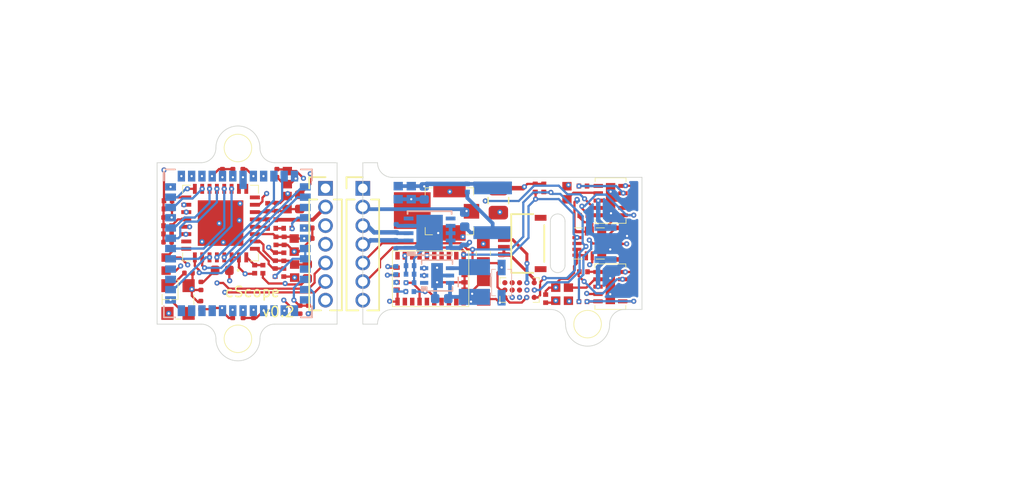
<source format=kicad_pcb>
(kicad_pcb (version 20171130) (host pcbnew "(5.1.4)-1")
  (layers (0 F.Cu signal) (1 In1.Cu power) (2 In2.Cu signal) (31 B.Cu signal) (34 B.Paste user) (35 F.Paste user) (36 B.SilkS user) (37 F.SilkS user) (38 B.Mask user) (39 F.Mask user) (44 Edge.Cuts user))
  (net 0 "")
  (net 1 GND)
  (net 2 +5V)
  (net 3 /RESET_BAR)
  (net 4 /EXTCLK)
  (net 5 /TRIGGER)
  (net 6 /STROBE)
  (net 7 /DOUT1)
  (net 8 /DOUT0)
  (net 9 +3V3)
  (net 10 "Net-(C6-Pad1)")
  (net 11 /Va)
  (net 12 /Vb)
  (net 13 "Net-(D3-PadA)")
  (net 14 /ENT1)
  (net 15 /_Wb)
  (net 16 /_Wa)
  (net 17 /CAP)
  (net 18 "Net-(D1-PadA)")
  (net 19 /EWL1)
  (net 20 /EWL2)
  (net 21 "Net-(U1-PadB3)")
  (net 22 "Net-(U1-PadB4)")
  (net 23 "Net-(U1-PadC3)")
  (net 24 "Net-(U1-PadC4)")
  (net 25 "Net-(U1-PadC5)")
  (net 26 VDDD)
  (net 27 DOUT_P)
  (net 28 PDB)
  (net 29 VDDPLL)
  (net 30 VDDCML)
  (net 31 CLK_OUT)
  (net 32 FV)
  (net 33 LV)
  (net 34 I2C_SDA)
  (net 35 I2C_SCL)
  (net 36 MODE)
  (net 37 DIN0)
  (net 38 DIN1)
  (net 39 DIN2)
  (net 40 DIN3)
  (net 41 DIN4)
  (net 42 DIN5)
  (net 43 DIN6)
  (net 44 DIN7)
  (net 45 DIN8)
  (net 46 DIN9)
  (net 47 DIN11)
  (net 48 DIN10)
  (net 49 VDDIO)
  (net 50 "Net-(C7-Pad2)")
  (net 51 "Net-(C8-Pad2)")
  (net 52 "Net-(C8-Pad1)")
  (net 53 "Net-(C39-Pad2)")
  (net 54 "Net-(C39-Pad1)")
  (net 55 "Net-(C45-Pad1)")
  (net 56 "Net-(C48-Pad2)")
  (net 57 "Net-(C48-Pad1)")
  (net 58 "Net-(C51-Pad1)")
  (net 59 "Net-(D2-Pad2)")
  (net 60 "Net-(D4-PadA)")
  (net 61 "Net-(L2-Pad2)")
  (net 62 "Net-(R9-Pad2)")
  (net 63 "Net-(R10-Pad2)")
  (net 64 "Net-(R16-Pad2)")
  (net 65 "Net-(R17-Pad2)")
  (net 66 "Net-(R18-Pad2)")
  (net 67 "Net-(U2-Pad17)")
  (net 68 "Net-(U2-Pad18)")
  (net 69 "Net-(U3-Pad27)")
  (net 70 "Net-(U3-Pad26)")
  (net 71 "Net-(U3-Pad14)")
  (net 72 "Net-(U3-Pad10)")
  (net 73 "Net-(L6-Pad1)")
  (net 74 /ENT)
  (module Connector:Conn_1x1_700_Circular_Pad_mountinghole (layer F.Cu) (at 51.49994 141.00152 180)
    (fp_text reference H3)
    (fp_text value MountingHole hide)
    (pad "" np_thru_hole circle (at 0 0 180) (size 1 1) (drill 1) (layers *.Cu *.Mask))
  )
  (module Connector:Conn_1x1_700_Circular_Pad_mountinghole (layer F.Cu) (at 51.4974 127.99926 180)
    (fp_text reference H3)
    (fp_text value MountingHole hide)
    (pad "" np_thru_hole circle (at 0 0 180) (size 1 1) (drill 1) (layers *.Cu *.Mask))
  )
  (module Connector:Conn_1x1_700_Circular_Pad_mountinghole (layer F.Cu) (at 75.29974 140.00076)
    (fp_text reference H3)
    (fp_text value MountingHole hide)
    (pad "" np_thru_hole circle (at 0 0) (size 1 1) (drill 1) (layers *.Cu *.Mask))
  )
  (module .Capacitor:C_0805_2012Metric_L (layer F.Cu) (at 69.2266 131.5832 270)
    (fp_text reference C12)
    (fp_text value GRM21BR61A476ME15L)
    (pad 2 smd roundrect (at 0.82 0 270) (size 0.93 1.32) (layers F.Cu F.Paste F.Mask) (net 1 GND))
    (pad 1 smd roundrect (at -0.82 0 270) (size 0.93 1.32) (layers F.Cu F.Paste F.Mask) (net 9 +3V3))
  )
  (module .Package_LCC:iLCC48P70_1000X1000X135L80X40N (layer B.Cu) (at 51.5 134.5 180)
    (fp_text reference U6)
    (fp_text value MT9P031I12STM-DP)
    (pad 18 smd rect (at -4.585 -3.85 180) (size 0.74 0.5) (layers B.Cu B.Paste B.Mask))
    (pad 17 smd rect (at -4.585 -3.15 180) (size 0.74 0.5) (layers B.Cu B.Paste B.Mask) (net 1 GND))
    (pad 16 smd rect (at -4.585 -2.45 180) (size 0.74 0.5) (layers B.Cu B.Paste B.Mask) (net 3 /RESET_BAR))
    (pad 15 smd rect (at -4.585 -1.75 180) (size 0.74 0.5) (layers B.Cu B.Paste B.Mask) (net 5 /TRIGGER))
    (pad 14 smd rect (at -4.585 -1.05 180) (size 0.74 0.5) (layers B.Cu B.Paste B.Mask) (net 49 VDDIO))
    (pad 13 smd rect (at -4.585 -0.35 180) (size 0.74 0.5) (layers B.Cu B.Paste B.Mask) (net 49 VDDIO))
    (pad 12 smd rect (at -4.585 0.35 180) (size 0.74 0.5) (layers B.Cu B.Paste B.Mask) (net 26 VDDD))
    (pad 11 smd rect (at -4.585 1.05 180) (size 0.74 0.5) (layers B.Cu B.Paste B.Mask) (net 49 VDDIO))
    (pad 10 smd rect (at -4.585 1.75 180) (size 0.74 0.5) (layers B.Cu B.Paste B.Mask) (net 1 GND))
    (pad 9 smd rect (at -4.585 2.45 180) (size 0.74 0.5) (layers B.Cu B.Paste B.Mask) (net 6 /STROBE))
    (pad 8 smd rect (at -4.585 3.15 180) (size 0.74 0.5) (layers B.Cu B.Paste B.Mask) (net 33 LV))
    (pad 7 smd rect (at -4.585 3.85 180) (size 0.74 0.5) (layers B.Cu B.Paste B.Mask) (net 32 FV))
    (pad 6 smd rect (at -3.85 4.585 90) (size 0.74 0.5) (layers B.Cu B.Paste B.Mask) (net 1 GND))
    (pad 5 smd rect (at -3.15 4.585 90) (size 0.74 0.5) (layers B.Cu B.Paste B.Mask) (net 34 I2C_SDA))
    (pad 4 smd rect (at -2.45 4.585 90) (size 0.74 0.5) (layers B.Cu B.Paste B.Mask) (net 35 I2C_SCL))
    (pad 3 smd rect (at -1.75 4.585 90) (size 0.74 0.5) (layers B.Cu B.Paste B.Mask) (net 1 GND))
    (pad 2 smd rect (at -1.05 4.585 90) (size 0.74 0.5) (layers B.Cu B.Paste B.Mask) (net 1 GND))
    (pad 1 smd rect (at -0.35 4.331 90) (size 1.248 0.5) (layers B.Cu B.Paste B.Mask) (net 49 VDDIO))
    (pad 48 smd rect (at 0.35 4.585 90) (size 0.74 0.5) (layers B.Cu B.Paste B.Mask) (net 49 VDDIO))
    (pad 47 smd rect (at 1.05 4.585 90) (size 0.74 0.5) (layers B.Cu B.Paste B.Mask) (net 26 VDDD))
    (pad 46 smd rect (at 1.75 4.585 90) (size 0.74 0.5) (layers B.Cu B.Paste B.Mask) (net 1 GND))
    (pad 45 smd rect (at 2.45 4.585 90) (size 0.74 0.5) (layers B.Cu B.Paste B.Mask) (net 46 DIN9))
    (pad 44 smd rect (at 3.15 4.585 90) (size 0.74 0.5) (layers B.Cu B.Paste B.Mask) (net 45 DIN8))
    (pad 43 smd rect (at 3.85 4.585 90) (size 0.74 0.5) (layers B.Cu B.Paste B.Mask) (net 44 DIN7))
    (pad 42 smd rect (at 4.585 3.85 180) (size 0.74 0.5) (layers B.Cu B.Paste B.Mask) (net 43 DIN6))
    (pad 41 smd rect (at 4.585 3.15 180) (size 0.74 0.5) (layers B.Cu B.Paste B.Mask) (net 42 DIN5))
    (pad 40 smd rect (at 4.585 2.45 180) (size 0.74 0.5) (layers B.Cu B.Paste B.Mask) (net 41 DIN4))
    (pad 39 smd rect (at 4.585 1.75 180) (size 0.74 0.5) (layers B.Cu B.Paste B.Mask) (net 49 VDDIO))
    (pad 38 smd rect (at 4.585 1.05 180) (size 0.74 0.5) (layers B.Cu B.Paste B.Mask) (net 40 DIN3))
    (pad 37 smd rect (at 4.585 0.35 180) (size 0.74 0.5) (layers B.Cu B.Paste B.Mask) (net 39 DIN2))
    (pad 36 smd rect (at 4.585 -0.35 180) (size 0.74 0.5) (layers B.Cu B.Paste B.Mask) (net 38 DIN1))
    (pad 35 smd rect (at 4.585 -1.05 180) (size 0.74 0.5) (layers B.Cu B.Paste B.Mask) (net 37 DIN0))
    (pad 34 smd rect (at 4.585 -1.75 180) (size 0.74 0.5) (layers B.Cu B.Paste B.Mask) (net 7 /DOUT1))
    (pad 33 smd rect (at 4.585 -2.45 180) (size 0.74 0.5) (layers B.Cu B.Paste B.Mask) (net 8 /DOUT0))
    (pad 32 smd rect (at 4.585 -3.15 180) (size 0.74 0.5) (layers B.Cu B.Paste B.Mask) (net 31 CLK_OUT))
    (pad 31 smd rect (at 4.585 -3.85 180) (size 0.74 0.5) (layers B.Cu B.Paste B.Mask) (net 4 /EXTCLK))
    (pad 30 smd rect (at 3.85 -4.585 90) (size 0.74 0.5) (layers B.Cu B.Paste B.Mask))
    (pad 29 smd rect (at 3.15 -4.585 90) (size 0.74 0.5) (layers B.Cu B.Paste B.Mask))
    (pad 28 smd rect (at 2.45 -4.585 90) (size 0.74 0.5) (layers B.Cu B.Paste B.Mask))
    (pad 27 smd rect (at 1.75 -4.585 90) (size 0.74 0.5) (layers B.Cu B.Paste B.Mask))
    (pad 26 smd rect (at 1.05 -4.585 90) (size 0.74 0.5) (layers B.Cu B.Paste B.Mask) (net 1 GND))
    (pad 25 smd rect (at 0.35 -4.585 90) (size 0.74 0.5) (layers B.Cu B.Paste B.Mask) (net 49 VDDIO))
    (pad 24 smd rect (at -0.35 -4.585 90) (size 0.74 0.5) (layers B.Cu B.Paste B.Mask) (net 49 VDDIO))
    (pad 23 smd rect (at -1.05 -4.585 90) (size 0.74 0.5) (layers B.Cu B.Paste B.Mask) (net 49 VDDIO))
    (pad 22 smd rect (at -1.75 -4.585 90) (size 0.74 0.5) (layers B.Cu B.Paste B.Mask) (net 1 GND))
    (pad 21 smd rect (at -2.45 -4.585 90) (size 0.74 0.5) (layers B.Cu B.Paste B.Mask) (net 1 GND))
    (pad 20 smd rect (at -3.15 -4.585 90) (size 0.74 0.5) (layers B.Cu B.Paste B.Mask) (net 1 GND))
    (pad 19 smd rect (at -3.85 -4.585 90) (size 0.74 0.5) (layers B.Cu B.Paste B.Mask))
  )
  (module Connector_PinHeader_1.27mm:PinHeader_1x07_P1.27mm_Vertical (layer F.Cu) (at 57.46132 130.74754)
    (fp_text reference J6)
    (fp_text value Conn_01x07)
    (pad 7 thru_hole oval (at 0 7.62) (size 1 1) (drill 0.65) (layers *.Cu *.Mask) (net 1 GND))
    (pad 6 thru_hole oval (at 0 6.35) (size 1 1) (drill 0.65) (layers *.Cu *.Mask) (net 34 I2C_SDA))
    (pad 5 thru_hole oval (at 0 5.08) (size 1 1) (drill 0.65) (layers *.Cu *.Mask) (net 35 I2C_SCL))
    (pad 4 thru_hole oval (at 0 3.81) (size 1 1) (drill 0.65) (layers *.Cu *.Mask) (net 26 VDDD))
    (pad 3 thru_hole oval (at 0 2.54) (size 1 1) (drill 0.65) (layers *.Cu *.Mask) (net 49 VDDIO))
    (pad 2 thru_hole oval (at 0 1.27) (size 1 1) (drill 0.65) (layers *.Cu *.Mask) (net 27 DOUT_P))
    (pad 1 thru_hole rect (at 0 0) (size 1 1) (drill 0.65) (layers *.Cu *.Mask) (net 74 /ENT))
  )
  (module Connector_PinHeader_1.27mm:PinHeader_1x07_P1.27mm_Vertical (layer F.Cu) (at 60 130.75)
    (fp_text reference J5)
    (fp_text value Conn_01x07)
    (pad 7 thru_hole oval (at 0 7.62) (size 1 1) (drill 0.65) (layers *.Cu *.Mask) (net 1 GND))
    (pad 6 thru_hole oval (at 0 6.35) (size 1 1) (drill 0.65) (layers *.Cu *.Mask) (net 34 I2C_SDA))
    (pad 5 thru_hole oval (at 0 5.08) (size 1 1) (drill 0.65) (layers *.Cu *.Mask) (net 35 I2C_SCL))
    (pad 4 thru_hole oval (at 0 3.81) (size 1 1) (drill 0.65) (layers *.Cu *.Mask) (net 26 VDDD))
    (pad 3 thru_hole oval (at 0 2.54) (size 1 1) (drill 0.65) (layers *.Cu *.Mask) (net 49 VDDIO))
    (pad 2 thru_hole oval (at 0 1.27) (size 1 1) (drill 0.65) (layers *.Cu *.Mask) (net 27 DOUT_P))
    (pad 1 thru_hole rect (at 0 0) (size 1 1) (drill 0.65) (layers *.Cu *.Mask) (net 74 /ENT))
  )
  (module ".Connector:FH19C-4S-0.5SH(10)" (layer F.Cu) (at 69.6012 134.5042 90)
    (fp_text reference J1)
    (fp_text value "FH19C-4S-0.5SH(10)")
    (pad NA smd rect (at 1.75 2.5 90) (size 0.4 0.8) (layers F.Cu F.Paste F.Mask))
    (pad NA smd rect (at -1.75 2.5 90) (size 0.4 0.8) (layers F.Cu F.Paste F.Mask))
    (pad 4 smd rect (at 0.75 0 90) (size 0.3 0.8) (layers F.Cu F.Paste F.Mask) (net 19 /EWL1))
    (pad 3 smd rect (at 0.25 0 90) (size 0.3 0.8) (layers F.Cu F.Paste F.Mask) (net 19 /EWL1))
    (pad 2 smd rect (at -0.25 0 90) (size 0.3 0.8) (layers F.Cu F.Paste F.Mask) (net 20 /EWL2))
    (pad 1 smd rect (at -0.75 0 90) (size 0.3 0.8) (layers F.Cu F.Paste F.Mask) (net 20 /EWL2))
  )
  (module Capacitor:C_0201_0603Metric_L (layer F.Cu) (at 75.0166 136.4346)
    (fp_text reference C39)
    (fp_text value GRM033R61A225ME47D)
    (pad 2 smd rect (at 0.275 0) (size 0.31 0.34) (layers F.Cu F.Paste F.Mask) (net 53 "Net-(C39-Pad2)"))
    (pad 1 smd rect (at -0.275 0) (size 0.31 0.34) (layers F.Cu F.Paste F.Mask) (net 54 "Net-(C39-Pad1)"))
  )
  (module .Resistor:R_0201_0603Metric_ERJ_L (layer F.Cu) (at 48.982 137.3998 270)
    (fp_text reference R13)
    (fp_text value 500)
    (pad 2 smd roundrect (at 0.275 0 270) (size 0.31 0.34) (layers F.Cu F.Paste F.Mask) (net 49 VDDIO))
    (pad 1 smd roundrect (at -0.275 0 270) (size 0.31 0.34) (layers F.Cu F.Paste F.Mask) (net 59 "Net-(D2-Pad2)"))
  )
  (module LED_SMD:LED_0402_1005Metric (layer F.Cu) (at 50.4298 136.333 180)
    (fp_text reference D2)
    (fp_text value "LED 0402")
    (pad 2 smd roundrect (at 0.485 0 180) (size 0.59 0.64) (layers F.Cu F.Paste F.Mask) (net 59 "Net-(D2-Pad2)"))
    (pad 1 smd roundrect (at -0.485 0 180) (size 0.59 0.64) (layers F.Cu F.Paste F.Mask) (net 1 GND))
  )
  (module .Resistor:R_0201_0603Metric_ERJ_L (layer F.Cu) (at 55.7282 139.0148 90)
    (fp_text reference R12)
    (fp_text value 1k)
    (pad 2 smd roundrect (at 0.275 0 90) (size 0.31 0.34) (layers F.Cu F.Paste F.Mask) (net 3 /RESET_BAR))
    (pad 1 smd roundrect (at -0.275 0 90) (size 0.31 0.34) (layers F.Cu F.Paste F.Mask) (net 49 VDDIO))
  )
  (module .Capacitor:C_0201_0603Metric_L (layer F.Cu) (at 56.29218 139.0148 270)
    (fp_text reference C31)
    (fp_text value 1uF)
    (pad 2 smd roundrect (at 0.275 0 270) (size 0.31 0.34) (layers F.Cu F.Paste F.Mask) (net 1 GND))
    (pad 1 smd roundrect (at -0.275 0 270) (size 0.31 0.34) (layers F.Cu F.Paste F.Mask) (net 3 /RESET_BAR))
  )
  (module .Capacitor:C_0201_0603Metric_L (layer F.Cu) (at 46.7112 134.412 180)
    (fp_text reference C33)
    (fp_text value 1uF)
    (pad 2 smd roundrect (at 0.275 0 180) (size 0.31 0.34) (layers F.Cu F.Paste F.Mask) (net 1 GND))
    (pad 1 smd roundrect (at -0.275 0 180) (size 0.31 0.34) (layers F.Cu F.Paste F.Mask) (net 26 VDDD))
  )
  (module Package_QFN:QFN_33_P50_500X500X80L40X24T310L (layer F.Cu) (at 50.318 133.1166)
    (fp_text reference U2)
    (fp_text value DS90UB913ATRTVTQ1)
    (pad 1 smd rect (at -1.75 2.335 90) (size 0.68 0.26) (layers F.Cu F.Paste F.Mask) (net 33 LV))
    (pad 2 smd rect (at -1.25 2.335 90) (size 0.68 0.26) (layers F.Cu F.Paste F.Mask) (net 32 FV))
    (pad 3 smd rect (at -0.75 2.335 90) (size 0.68 0.26) (layers F.Cu F.Paste F.Mask) (net 31 CLK_OUT))
    (pad 4 smd rect (at -0.25 2.335 90) (size 0.68 0.26) (layers F.Cu F.Paste F.Mask) (net 35 I2C_SCL))
    (pad 5 smd rect (at 0.25 2.335 90) (size 0.68 0.26) (layers F.Cu F.Paste F.Mask) (net 34 I2C_SDA))
    (pad 6 smd rect (at 0.75 2.335 90) (size 0.68 0.26) (layers F.Cu F.Paste F.Mask) (net 1 GND))
    (pad 7 smd rect (at 1.25 2.335 90) (size 0.68 0.26) (layers F.Cu F.Paste F.Mask) (net 1 GND))
    (pad 8 smd rect (at 1.75 2.335 90) (size 0.68 0.26) (layers F.Cu F.Paste F.Mask) (net 36 MODE))
    (pad 9 smd rect (at 2.335 1.75) (size 0.68 0.26) (layers F.Cu F.Paste F.Mask) (net 28 PDB))
    (pad 10 smd rect (at 2.335 1.25) (size 0.68 0.26) (layers F.Cu F.Paste F.Mask) (net 29 VDDPLL))
    (pad 11 smd rect (at 2.335 0.75) (size 0.68 0.26) (layers F.Cu F.Paste F.Mask) (net 26 VDDD))
    (pad 12 smd rect (at 2.335 0.25) (size 0.68 0.26) (layers F.Cu F.Paste F.Mask) (net 51 "Net-(C8-Pad2)"))
    (pad 13 smd rect (at 2.335 -0.25) (size 0.68 0.26) (layers F.Cu F.Paste F.Mask) (net 50 "Net-(C7-Pad2)"))
    (pad 14 smd rect (at 2.335 -0.75) (size 0.68 0.26) (layers F.Cu F.Paste F.Mask) (net 30 VDDCML))
    (pad 15 smd rect (at 2.335 -1.25) (size 0.68 0.26) (layers F.Cu F.Paste F.Mask) (net 74 /ENT))
    (pad 16 smd rect (at 2.335 -1.75) (size 0.68 0.26) (layers F.Cu F.Paste F.Mask) (net 14 /ENT1))
    (pad 17 smd rect (at 1.75 -2.335 90) (size 0.68 0.26) (layers F.Cu F.Paste F.Mask) (net 67 "Net-(U2-Pad17)"))
    (pad 18 smd rect (at 1.25 -2.335 90) (size 0.68 0.26) (layers F.Cu F.Paste F.Mask) (net 68 "Net-(U2-Pad18)"))
    (pad 19 smd rect (at 0.75 -2.335 90) (size 0.68 0.26) (layers F.Cu F.Paste F.Mask) (net 37 DIN0))
    (pad 20 smd rect (at 0.25 -2.335 90) (size 0.68 0.26) (layers F.Cu F.Paste F.Mask) (net 38 DIN1))
    (pad 21 smd rect (at -0.25 -2.335 90) (size 0.68 0.26) (layers F.Cu F.Paste F.Mask) (net 39 DIN2))
    (pad 22 smd rect (at -0.75 -2.335 90) (size 0.68 0.26) (layers F.Cu F.Paste F.Mask) (net 40 DIN3))
    (pad 23 smd rect (at -1.25 -2.335 90) (size 0.68 0.26) (layers F.Cu F.Paste F.Mask) (net 41 DIN4))
    (pad 24 smd rect (at -1.75 -2.335 90) (size 0.68 0.26) (layers F.Cu F.Paste F.Mask) (net 42 DIN5))
    (pad 25 smd rect (at -2.335 -1.75) (size 0.68 0.26) (layers F.Cu F.Paste F.Mask) (net 49 VDDIO))
    (pad 26 smd rect (at -2.335 -1.25) (size 0.68 0.26) (layers F.Cu F.Paste F.Mask) (net 43 DIN6))
    (pad 27 smd rect (at -2.335 -0.75) (size 0.68 0.26) (layers F.Cu F.Paste F.Mask) (net 44 DIN7))
    (pad 28 smd rect (at -2.335 -0.25) (size 0.68 0.26) (layers F.Cu F.Paste F.Mask) (net 26 VDDD))
    (pad 29 smd rect (at -2.335 0.25) (size 0.68 0.26) (layers F.Cu F.Paste F.Mask) (net 45 DIN8))
    (pad 30 smd rect (at -2.335 0.75) (size 0.68 0.26) (layers F.Cu F.Paste F.Mask) (net 46 DIN9))
    (pad 31 smd rect (at -2.335 1.25) (size 0.68 0.26) (layers F.Cu F.Paste F.Mask) (net 48 DIN10))
    (pad 32 smd rect (at -2.335 1.75) (size 0.68 0.26) (layers F.Cu F.Paste F.Mask) (net 47 DIN11))
    (pad 33 smd rect (at 0 0) (size 3.1 3.1) (layers F.Cu F.Paste F.Mask) (net 1 GND))
  )
  (module .Resistor:R_0201_0603Metric_ERJ_L (layer F.Cu) (at 48.1336 136.5202 180)
    (fp_text reference R17)
    (fp_text value DNL)
    (pad 2 smd roundrect (at 0.275 0 180) (size 0.31 0.34) (layers F.Cu F.Paste F.Mask) (net 65 "Net-(R17-Pad2)"))
    (pad 1 smd roundrect (at -0.275 0 180) (size 0.31 0.34) (layers F.Cu F.Paste F.Mask) (net 49 VDDIO))
  )
  (module .Capacitor:C_0201_0603Metric_L (layer F.Cu) (at 48.9718 138.7046 270)
    (fp_text reference C49)
    (fp_text value 10nF)
    (pad 2 smd roundrect (at 0.275 0 270) (size 0.31 0.34) (layers F.Cu F.Paste F.Mask) (net 1 GND))
    (pad 1 smd roundrect (at -0.275 0 270) (size 0.31 0.34) (layers F.Cu F.Paste F.Mask) (net 49 VDDIO))
  )
  (module .Capacitor:C_0201_0603Metric_L (layer F.Cu) (at 51.8522 139.3048 270)
    (fp_text reference C55)
    (fp_text value 0.1uF)
    (pad 2 smd roundrect (at 0.275 0 270) (size 0.31 0.34) (layers F.Cu F.Paste F.Mask) (net 1 GND))
    (pad 1 smd roundrect (at -0.275 0 270) (size 0.31 0.34) (layers F.Cu F.Paste F.Mask) (net 49 VDDIO))
  )
  (module .Capacitor:C_0201_0603Metric_L (layer F.Cu) (at 52.5634 139.3048 270)
    (fp_text reference C42)
    (fp_text value 0.1uF)
    (pad 2 smd roundrect (at 0.275 0 270) (size 0.31 0.34) (layers F.Cu F.Paste F.Mask) (net 1 GND))
    (pad 1 smd roundrect (at -0.275 0 270) (size 0.31 0.34) (layers F.Cu F.Paste F.Mask) (net 49 VDDIO))
  )
  (module .Capacitor:C_0201_0603Metric_L (layer F.Cu) (at 51.842 129.713 90)
    (fp_text reference C37)
    (fp_text value 0.1uF)
    (pad 2 smd roundrect (at 0.275 0 90) (size 0.31 0.34) (layers F.Cu F.Paste F.Mask) (net 1 GND))
    (pad 1 smd roundrect (at -0.275 0 90) (size 0.31 0.34) (layers F.Cu F.Paste F.Mask) (net 49 VDDIO))
  )
  (module .Capacitor:C_0201_0603Metric_L (layer F.Cu) (at 54.1534 129.713 270)
    (fp_text reference C32)
    (fp_text value 1uF)
    (pad 2 smd roundrect (at 0.275 0 270) (size 0.31 0.34) (layers F.Cu F.Paste F.Mask) (net 1 GND))
    (pad 1 smd roundrect (at -0.275 0 270) (size 0.31 0.34) (layers F.Cu F.Paste F.Mask) (net 49 VDDIO))
  )
  (module .Capacitor:C_0201_0603Metric_L (layer F.Cu) (at 46.7112 132.7356 180)
    (fp_text reference C46)
    (fp_text value 0.1uF)
    (pad 2 smd roundrect (at 0.275 0 180) (size 0.31 0.34) (layers F.Cu F.Paste F.Mask) (net 1 GND))
    (pad 1 smd roundrect (at -0.275 0 180) (size 0.31 0.34) (layers F.Cu F.Paste F.Mask) (net 49 VDDIO))
  )
  (module .Capacitor:C_0201_0603Metric_L (layer F.Cu) (at 51.141 139.3048 270)
    (fp_text reference C43)
    (fp_text value 0.1uF)
    (pad 2 smd roundrect (at 0.275 0 270) (size 0.31 0.34) (layers F.Cu F.Paste F.Mask) (net 1 GND))
    (pad 1 smd roundrect (at -0.275 0 270) (size 0.31 0.34) (layers F.Cu F.Paste F.Mask) (net 49 VDDIO))
  )
  (module .Capacitor:C_0201_0603Metric_L (layer F.Cu) (at 51.1562 129.713 90)
    (fp_text reference C40)
    (fp_text value 0.1uF)
    (pad 2 smd roundrect (at 0.275 0 90) (size 0.31 0.34) (layers F.Cu F.Paste F.Mask) (net 1 GND))
    (pad 1 smd roundrect (at -0.275 0 90) (size 0.31 0.34) (layers F.Cu F.Paste F.Mask) (net 49 VDDIO))
  )
  (module .Capacitor:C_0201_0603Metric_L (layer F.Cu) (at 56.287 133.4468)
    (fp_text reference C35)
    (fp_text value 0.1uF)
    (pad 2 smd roundrect (at 0.275 0) (size 0.31 0.34) (layers F.Cu F.Paste F.Mask) (net 1 GND))
    (pad 1 smd roundrect (at -0.275 0) (size 0.31 0.34) (layers F.Cu F.Paste F.Mask) (net 49 VDDIO))
  )
  (module .Capacitor:C_0201_0603Metric_L (layer F.Cu) (at 56.287 134.158)
    (fp_text reference C41)
    (fp_text value 0.1uF)
    (pad 2 smd roundrect (at 0.275 0) (size 0.31 0.34) (layers F.Cu F.Paste F.Mask) (net 1 GND))
    (pad 1 smd roundrect (at -0.275 0) (size 0.31 0.34) (layers F.Cu F.Paste F.Mask) (net 26 VDDD))
  )
  (module .Capacitor:C_0201_0603Metric_L (layer F.Cu) (at 50.445 129.713 90)
    (fp_text reference C36)
    (fp_text value 0.1uF)
    (pad 2 smd roundrect (at 0.275 0 90) (size 0.31 0.34) (layers F.Cu F.Paste F.Mask) (net 1 GND))
    (pad 1 smd roundrect (at -0.275 0 90) (size 0.31 0.34) (layers F.Cu F.Paste F.Mask) (net 26 VDDD))
  )
  (module .Package_QFN:DFN10_3x3_11P50_300X300X100L40X24T250X180N (layer B.Cu) (at 64.5466 133.8024 90)
    (fp_text reference U9)
    (fp_text value NCV8154MW180280TBG)
    (pad 11 smd rect (at 0 0) (size 1.8 2.5) (layers B.Cu B.Mask) (net 1 GND))
    (pad 10 smd rect (at -1 1.43) (size 0.66 0.26) (layers B.Cu B.Paste B.Mask) (net 9 +3V3))
    (pad 9 smd rect (at -0.5 1.43) (size 0.66 0.26) (layers B.Cu B.Paste B.Mask) (net 9 +3V3))
    (pad 8 smd rect (at 0 1.43) (size 0.66 0.26) (layers B.Cu B.Paste B.Mask) (net 9 +3V3))
    (pad 7 smd rect (at 0.5 1.43) (size 0.66 0.26) (layers B.Cu B.Paste B.Mask) (net 9 +3V3))
    (pad 6 smd rect (at 1 1.43) (size 0.66 0.26) (layers B.Cu B.Paste B.Mask))
    (pad 5 smd rect (at 1 -1.43) (size 0.66 0.26) (layers B.Cu B.Paste B.Mask))
    (pad 4 smd rect (at 0.5 -1.43) (size 0.66 0.26) (layers B.Cu B.Paste B.Mask) (net 1 GND))
    (pad 3 smd rect (at 0 -1.43) (size 0.66 0.26) (layers B.Cu B.Paste B.Mask) (net 49 VDDIO))
    (pad 2 smd rect (at -0.5 -1.43) (size 0.66 0.26) (layers B.Cu B.Paste B.Mask) (net 26 VDDD))
    (pad 1 smd rect (at -1 -1.43) (size 0.66 0.26) (layers B.Cu B.Paste B.Mask) (net 1 GND))
  )
  (module .Package_SON:SON_7P50_200X200X57L35X24T170X80N (layer B.Cu) (at 65.0546 136.6886 90)
    (fp_text reference U4)
    (fp_text value SC189ZULTRT)
    (pad 7 smd rect (at 0 0) (size 0.8 1.7) (layers B.Cu B.Paste B.Mask) (net 1 GND))
    (pad 6 smd rect (at -0.5 0.88) (size 0.56 0.26) (layers B.Cu B.Paste B.Mask) (net 9 +3V3))
    (pad 5 smd rect (at 0 0.88) (size 0.56 0.26) (layers B.Cu B.Paste B.Mask) (net 1 GND))
    (pad 4 smd rect (at 0.5 0.88) (size 0.56 0.26) (layers B.Cu B.Paste B.Mask) (net 73 "Net-(L6-Pad1)"))
    (pad 3 smd rect (at 0.5 -0.88) (size 0.56 0.26) (layers B.Cu B.Paste B.Mask) (net 2 +5V))
    (pad 2 smd rect (at 0 -0.88) (size 0.56 0.26) (layers B.Cu B.Paste B.Mask) (net 2 +5V))
    (pad 1 smd rect (at -0.5 -0.88) (size 0.56 0.26) (layers B.Cu B.Paste B.Mask))
  )
  (module .Inductor:L_1008_2520Metric_L (layer B.Cu) (at 67.5946 137.1298 270)
    (fp_text reference L6)
    (fp_text value LQM2HPN1R0MG0)
    (pad 2 smd rect (at 1.015 0 270) (size 1.09 2.12) (layers B.Cu B.Paste B.Mask) (net 9 +3V3))
    (pad 1 smd rect (at -1.015 0 270) (size 1.09 2.12) (layers B.Cu B.Paste B.Mask) (net 73 "Net-(L6-Pad1)"))
  )
  (module .Capacitor:C_0402_1005Metric_L (layer B.Cu) (at 65.3726 138.2634 180)
    (fp_text reference C54)
    (fp_text value 22uF)
    (pad 2 smd roundrect (at 0.445 0 180) (size 0.58 0.63) (layers B.Cu B.Paste B.Mask) (net 1 GND))
    (pad 1 smd roundrect (at -0.445 0 180) (size 0.58 0.63) (layers B.Cu B.Paste B.Mask) (net 9 +3V3))
  )
  (module .Capacitor:C_0201_0603Metric_L (layer B.Cu) (at 62.2504 134.5644 270)
    (fp_text reference C50)
    (fp_text value 1uF)
    (pad 2 smd roundrect (at 0.275 0 270) (size 0.31 0.34) (layers B.Cu B.Paste B.Mask) (net 1 GND))
    (pad 1 smd roundrect (at -0.275 0 270) (size 0.31 0.34) (layers B.Cu B.Paste B.Mask) (net 26 VDDD))
  )
  (module .Capacitor:C_0201_0603Metric_L (layer B.Cu) (at 62.2758 133.4722 90)
    (fp_text reference C25)
    (fp_text value 1uF)
    (pad 2 smd roundrect (at 0.275 0 90) (size 0.31 0.34) (layers B.Cu B.Paste B.Mask) (net 1 GND))
    (pad 1 smd roundrect (at -0.275 0 90) (size 0.31 0.34) (layers B.Cu B.Paste B.Mask) (net 49 VDDIO))
  )
  (module .Capacitor:C_0201_0603Metric_L (layer B.Cu) (at 66.8072 134.3264 90)
    (fp_text reference C23)
    (fp_text value 1uF)
    (pad 2 smd roundrect (at 0.275 0 90) (size 0.31 0.34) (layers B.Cu B.Paste B.Mask) (net 1 GND))
    (pad 1 smd roundrect (at -0.275 0 90) (size 0.31 0.34) (layers B.Cu B.Paste B.Mask) (net 9 +3V3))
  )
  (module .Capacitor:C_0402_1005Metric_L (layer B.Cu) (at 64.1808 131.0592 270)
    (fp_text reference C13)
    (fp_text value 10uF)
    (pad 2 smd roundrect (at 0.445 0 270) (size 0.58 0.63) (layers B.Cu B.Paste B.Mask) (net 1 GND))
    (pad 1 smd roundrect (at -0.445 0 270) (size 0.58 0.63) (layers B.Cu B.Paste B.Mask) (net 2 +5V))
  )
  (module Inductor_SMD:L_0402_1005Metric (layer B.Cu) (at 66.9342 132.8786 270)
    (fp_text reference L2)
    (fp_text value BLM15HD102SN1D)
    (pad 1 smd roundrect (at -0.485 0 270) (size 0.59 0.64) (layers B.Cu B.Paste B.Mask) (net 27 DOUT_P))
    (pad 2 smd roundrect (at 0.485 0 270) (size 0.59 0.64) (layers B.Cu B.Paste B.Mask) (net 61 "Net-(L2-Pad2)"))
  )
  (module BNO055:LGA28R50P4X10_380X520X100 (layer F.Cu) (at 64.6126 136.9012)
    (fp_text reference U3)
    (fp_text value BNO055)
    (pad 28 smd rect (at -1.75 -1.5625 180) (size 0.3 0.525) (layers F.Cu F.Paste F.Mask) (net 9 +3V3))
    (pad 27 smd rect (at -1.25 -1.5625 180) (size 0.3 0.525) (layers F.Cu F.Paste F.Mask) (net 69 "Net-(U3-Pad27)"))
    (pad 26 smd rect (at -0.75 -1.5625 180) (size 0.3 0.525) (layers F.Cu F.Paste F.Mask) (net 70 "Net-(U3-Pad26)"))
    (pad 25 smd rect (at -0.25 -1.5625 180) (size 0.3 0.525) (layers F.Cu F.Paste F.Mask) (net 1 GND))
    (pad 24 smd rect (at 0.25 -1.5625 180) (size 0.3 0.525) (layers F.Cu F.Paste F.Mask))
    (pad 23 smd rect (at 0.75 -1.5625 180) (size 0.3 0.525) (layers F.Cu F.Paste F.Mask))
    (pad 22 smd rect (at 1.25 -1.5625 180) (size 0.3 0.525) (layers F.Cu F.Paste F.Mask))
    (pad 21 smd rect (at 1.75 -1.5625 180) (size 0.3 0.525) (layers F.Cu F.Paste F.Mask))
    (pad 20 smd rect (at 2.25 -1.5625 180) (size 0.3 0.525) (layers F.Cu F.Paste F.Mask) (net 34 I2C_SDA))
    (pad 19 smd rect (at 2.3125 -0.75 270) (size 0.3 0.425) (layers F.Cu F.Paste F.Mask) (net 35 I2C_SCL))
    (pad 18 smd rect (at 2.3125 -0.25 270) (size 0.3 0.425) (layers F.Cu F.Paste F.Mask) (net 1 GND))
    (pad 17 smd rect (at 2.3125 0.25 270) (size 0.3 0.425) (layers F.Cu F.Paste F.Mask) (net 1 GND))
    (pad 16 smd rect (at 2.3125 0.75 270) (size 0.3 0.425) (layers F.Cu F.Paste F.Mask) (net 1 GND))
    (pad 15 smd rect (at 2.25 1.5625 180) (size 0.3 0.525) (layers F.Cu F.Paste F.Mask) (net 1 GND))
    (pad 14 smd rect (at 1.75 1.5625 180) (size 0.3 0.525) (layers F.Cu F.Paste F.Mask) (net 71 "Net-(U3-Pad14)"))
    (pad 13 smd rect (at 1.25 1.5625 180) (size 0.3 0.525) (layers F.Cu F.Paste F.Mask))
    (pad 12 smd rect (at 0.75 1.5625 180) (size 0.3 0.525) (layers F.Cu F.Paste F.Mask))
    (pad 11 smd rect (at 0.25 1.5625 180) (size 0.3 0.525) (layers F.Cu F.Paste F.Mask) (net 62 "Net-(R9-Pad2)"))
    (pad 10 smd rect (at -0.25 1.5625 180) (size 0.3 0.525) (layers F.Cu F.Paste F.Mask) (net 72 "Net-(U3-Pad10)"))
    (pad 9 smd rect (at -0.75 1.5625 180) (size 0.3 0.525) (layers F.Cu F.Paste F.Mask) (net 17 /CAP))
    (pad 8 smd rect (at -1.25 1.5625 180) (size 0.3 0.525) (layers F.Cu F.Paste F.Mask))
    (pad 7 smd rect (at -1.75 1.5625 180) (size 0.3 0.525) (layers F.Cu F.Paste F.Mask))
    (pad 6 smd rect (at -2.25 1.5625 180) (size 0.3 0.525) (layers F.Cu F.Paste F.Mask) (net 1 GND))
    (pad 5 smd rect (at -2.3125 0.75 270) (size 0.3 0.425) (layers F.Cu F.Paste F.Mask) (net 1 GND))
    (pad 4 smd rect (at -2.3125 0.25 270) (size 0.3 0.425) (layers F.Cu F.Paste F.Mask) (net 63 "Net-(R10-Pad2)"))
    (pad 3 smd rect (at -2.3125 -0.25 270) (size 0.3 0.425) (layers F.Cu F.Paste F.Mask) (net 9 +3V3))
    (pad 2 smd rect (at -2.3125 -0.75 270) (size 0.3 0.425) (layers F.Cu F.Paste F.Mask) (net 1 GND))
    (pad 1 smd rect (at -2.25 -1.5625 180) (size 0.3 0.525) (layers F.Cu F.Paste F.Mask))
  )
  (module .Resistor:R_0201_0603Metric_ERJ_L (layer B.Cu) (at 67.112 130.7196 270)
    (fp_text reference R11)
    (fp_text value ERJ-1GNF1801C)
    (pad 1 smd rect (at -0.275 0 270) (size 0.31 0.34) (layers B.Cu B.Paste B.Mask) (net 2 +5V))
    (pad 2 smd rect (at 0.275 0 270) (size 0.31 0.34) (layers B.Cu B.Paste B.Mask) (net 61 "Net-(L2-Pad2)"))
  )
  (module .Inductor:L_1210_3225Metric_L (layer B.Cu) (at 68.8392 132.2436 90)
    (fp_text reference L3)
    (fp_text value ADL3225V-470MT-TL000)
    (pad 2 smd rect (at 1.525 0 90) (size 0.87 2.62) (layers B.Cu B.Paste B.Mask) (net 2 +5V))
    (pad 1 smd rect (at -1.525 0 90) (size 0.87 2.62) (layers B.Cu B.Paste B.Mask) (net 61 "Net-(L2-Pad2)"))
  )
  (module .Capacitor:C_0402_1005Metric_L (layer B.Cu) (at 62.41048 131.0421 270)
    (fp_text reference C17)
    (fp_text value GRM155R60J106ME15D)
    (pad 2 smd rect (at 0.445 0 270) (size 0.58 0.63) (layers B.Cu B.Paste B.Mask) (net 1 GND))
    (pad 1 smd rect (at -0.445 0 270) (size 0.58 0.63) (layers B.Cu B.Paste B.Mask) (net 2 +5V))
  )
  (module .Capacitor:C_0402_1005Metric_L (layer F.Cu) (at 54.8494 131.7196 90)
    (fp_text reference C16)
    (fp_text value GRM155R60J106ME15D)
    (pad 2 smd rect (at 0.445 0 90) (size 0.58 0.63) (layers F.Cu F.Paste F.Mask) (net 1 GND))
    (pad 1 smd rect (at -0.445 0 90) (size 0.58 0.63) (layers F.Cu F.Paste F.Mask) (net 30 VDDCML))
  )
  (module .Capacitor:C_0402_1005Metric_L (layer B.Cu) (at 63.29948 131.0421 270)
    (fp_text reference C24)
    (fp_text value GRM155R60J106ME15D)
    (pad 1 smd rect (at -0.445 0 270) (size 0.58 0.63) (layers B.Cu B.Paste B.Mask) (net 2 +5V))
    (pad 2 smd rect (at 0.445 0 270) (size 0.58 0.63) (layers B.Cu B.Paste B.Mask) (net 1 GND))
  )
  (module .Capacitor:C_0402_1005Metric_L (layer F.Cu) (at 55.332 134.6152 270)
    (fp_text reference C14)
    (fp_text value GRM155R60J475ME87D)
    (pad 1 smd rect (at -0.445 0 270) (size 0.58 0.63) (layers F.Cu F.Paste F.Mask) (net 26 VDDD))
    (pad 2 smd rect (at 0.445 0 270) (size 0.58 0.63) (layers F.Cu F.Paste F.Mask) (net 1 GND))
  )
  (module .Capacitor:C_0201_0603Metric_L (layer F.Cu) (at 54.6462 134.3264 270)
    (fp_text reference C18)
    (fp_text value GRM033R61A104ME15D)
    (pad 2 smd rect (at 0.275 0 270) (size 0.31 0.34) (layers F.Cu F.Paste F.Mask) (net 1 GND))
    (pad 1 smd rect (at -0.275 0 270) (size 0.31 0.34) (layers F.Cu F.Paste F.Mask) (net 26 VDDD))
  )
  (module .Capacitor:C_0201_0603Metric_L (layer F.Cu) (at 54.0874 134.3264 270)
    (fp_text reference C26)
    (fp_text value GRM033R71A103KA01D)
    (pad 1 smd rect (at -0.275 0 270) (size 0.31 0.34) (layers F.Cu F.Paste F.Mask) (net 26 VDDD))
    (pad 2 smd rect (at 0.275 0 270) (size 0.31 0.34) (layers F.Cu F.Paste F.Mask) (net 1 GND))
  )
  (module .Capacitor:C_0201_0603Metric_L (layer F.Cu) (at 46.7366 132.1514 180)
    (fp_text reference C21)
    (fp_text value GRM033R61A104ME15D)
    (pad 2 smd rect (at 0.275 0 180) (size 0.31 0.34) (layers F.Cu F.Paste F.Mask) (net 1 GND))
    (pad 1 smd rect (at -0.275 0 180) (size 0.31 0.34) (layers F.Cu F.Paste F.Mask) (net 49 VDDIO))
  )
  (module .Capacitor:C_0201_0603Metric_L (layer F.Cu) (at 46.741 131.5926 180)
    (fp_text reference C29)
    (fp_text value GRM033R71A103KA01D)
    (pad 1 smd rect (at -0.275 0 180) (size 0.31 0.34) (layers F.Cu F.Paste F.Mask) (net 49 VDDIO))
    (pad 2 smd rect (at 0.275 0 180) (size 0.31 0.34) (layers F.Cu F.Paste F.Mask) (net 1 GND))
  )
  (module .Capacitor:C_0402_1005Metric_L (layer F.Cu) (at 55.3574 136.3838 270)
    (fp_text reference C15)
    (fp_text value GRM155R60J475ME87D)
    (pad 1 smd rect (at -0.445 0 270) (size 0.58 0.63) (layers F.Cu F.Paste F.Mask) (net 29 VDDPLL))
    (pad 2 smd rect (at 0.445 0 270) (size 0.58 0.63) (layers F.Cu F.Paste F.Mask) (net 1 GND))
  )
  (module .Capacitor:C_0201_0603Metric_L (layer F.Cu) (at 54.6258 135.412 90)
    (fp_text reference C19)
    (fp_text value GRM033R61A104ME15D)
    (pad 2 smd rect (at 0.275 0 90) (size 0.31 0.34) (layers F.Cu F.Paste F.Mask) (net 1 GND))
    (pad 1 smd rect (at -0.275 0 90) (size 0.31 0.34) (layers F.Cu F.Paste F.Mask) (net 29 VDDPLL))
  )
  (module .Capacitor:C_0201_0603Metric_L (layer F.Cu) (at 54.0518 135.4026 90)
    (fp_text reference C27)
    (fp_text value GRM033R71A103KA01D)
    (pad 1 smd rect (at -0.275 0 90) (size 0.31 0.34) (layers F.Cu F.Paste F.Mask) (net 29 VDDPLL))
    (pad 2 smd rect (at 0.275 0 90) (size 0.31 0.34) (layers F.Cu F.Paste F.Mask) (net 1 GND))
  )
  (module .Capacitor:C_0201_0603Metric_L (layer F.Cu) (at 54.1128 132.0244 90)
    (fp_text reference C20)
    (fp_text value GRM033R61A104ME15D)
    (pad 2 smd rect (at 0.275 0 90) (size 0.31 0.34) (layers F.Cu F.Paste F.Mask) (net 1 GND))
    (pad 1 smd rect (at -0.275 0 90) (size 0.31 0.34) (layers F.Cu F.Paste F.Mask) (net 30 VDDCML))
  )
  (module .Capacitor:C_0201_0603Metric_L (layer F.Cu) (at 53.5286 132.0404 90)
    (fp_text reference C28)
    (fp_text value GRM033R71A103KA01D)
    (pad 1 smd rect (at -0.275 0 90) (size 0.31 0.34) (layers F.Cu F.Paste F.Mask) (net 30 VDDCML))
    (pad 2 smd rect (at 0.275 0 90) (size 0.31 0.34) (layers F.Cu F.Paste F.Mask) (net 1 GND))
  )
  (module .Capacitor:C_0201_0603Metric_L (layer F.Cu) (at 46.7112 133.8532 180)
    (fp_text reference C22)
    (fp_text value GRM033R61A104ME15D)
    (pad 2 smd rect (at 0.275 0 180) (size 0.31 0.34) (layers F.Cu F.Paste F.Mask) (net 1 GND))
    (pad 1 smd rect (at -0.275 0 180) (size 0.31 0.34) (layers F.Cu F.Paste F.Mask) (net 26 VDDD))
  )
  (module .Capacitor:C_0201_0603Metric_L (layer F.Cu) (at 46.7112 133.2944 180)
    (fp_text reference C30)
    (fp_text value GRM033R71A103KA01D)
    (pad 1 smd rect (at -0.275 0 180) (size 0.31 0.34) (layers F.Cu F.Paste F.Mask) (net 26 VDDD))
    (pad 2 smd rect (at 0.275 0 180) (size 0.31 0.34) (layers F.Cu F.Paste F.Mask) (net 1 GND))
  )
  (module Inductor_SMD:L_0402_1005Metric (layer F.Cu) (at 56.221 136.4092 270)
    (fp_text reference L4)
    (fp_text value BLM15HD102SN1D)
    (pad 2 smd roundrect (at 0.485 0 270) (size 0.59 0.64) (layers F.Cu F.Paste F.Mask) (net 26 VDDD))
    (pad 1 smd roundrect (at -0.485 0 270) (size 0.59 0.64) (layers F.Cu F.Paste F.Mask) (net 29 VDDPLL))
  )
  (module Inductor_SMD:L_0402_1005Metric (layer F.Cu) (at 55.7028 131.6688 90)
    (fp_text reference L5)
    (fp_text value BLM15HD102SN1D)
    (pad 1 smd roundrect (at -0.485 0 90) (size 0.59 0.64) (layers F.Cu F.Paste F.Mask) (net 30 VDDCML))
    (pad 2 smd roundrect (at 0.485 0 90) (size 0.59 0.64) (layers F.Cu F.Paste F.Mask) (net 26 VDDD))
  )
  (module .Package_BGA:BGA_15_NP50_3X5_155X255X69B31N (layer F.Cu) (at 70.668 137.6792 180)
    (fp_text reference U1)
    (fp_text value MAX14574EWL+)
    (pad A1 smd circle (at -1 -0.5 180) (size 0.35 0.35) (layers F.Cu F.Paste F.Mask) (net 34 I2C_SDA))
    (pad A2 smd circle (at -0.5 -0.5 180) (size 0.35 0.35) (layers F.Cu F.Paste F.Mask) (net 1 GND))
    (pad A3 smd circle (at 0 -0.5 180) (size 0.35 0.35) (layers F.Cu F.Paste F.Mask) (net 9 +3V3))
    (pad A4 smd circle (at 0.5 -0.5 180) (size 0.35 0.35) (layers F.Cu F.Paste F.Mask) (net 18 "Net-(D1-PadA)"))
    (pad A5 smd circle (at 1 -0.5 180) (size 0.35 0.35) (layers F.Cu F.Paste F.Mask) (net 1 GND))
    (pad B1 smd circle (at -1 0 180) (size 0.35 0.35) (layers F.Cu F.Paste F.Mask) (net 35 I2C_SCL))
    (pad B2 smd circle (at -0.5 0 180) (size 0.35 0.35) (layers F.Cu F.Paste F.Mask) (net 9 +3V3))
    (pad B3 smd circle (at 0 0 180) (size 0.35 0.35) (layers F.Cu F.Paste F.Mask) (net 21 "Net-(U1-PadB3)"))
    (pad B4 smd circle (at 0.5 0 180) (size 0.35 0.35) (layers F.Cu F.Paste F.Mask) (net 22 "Net-(U1-PadB4)"))
    (pad B5 smd circle (at 1 0 180) (size 0.35 0.35) (layers F.Cu F.Paste F.Mask) (net 10 "Net-(C6-Pad1)"))
    (pad C1 smd circle (at -1 0.5 180) (size 0.35 0.35) (layers F.Cu F.Paste F.Mask) (net 20 /EWL2))
    (pad C2 smd circle (at -0.5 0.5 180) (size 0.35 0.35) (layers F.Cu F.Paste F.Mask) (net 19 /EWL1))
    (pad C3 smd circle (at 0 0.5 180) (size 0.35 0.35) (layers F.Cu F.Paste F.Mask) (net 23 "Net-(U1-PadC3)"))
    (pad C4 smd circle (at 0.5 0.5 180) (size 0.35 0.35) (layers F.Cu F.Paste F.Mask) (net 24 "Net-(U1-PadC4)"))
    (pad C5 smd circle (at 1 0.5 180) (size 0.35 0.35) (layers F.Cu F.Paste F.Mask) (net 25 "Net-(U1-PadC5)"))
  )
  (module Capacitor:C_0402_1005Metric_L (layer F.Cu) (at 73.1318 137.9586 90)
    (fp_text reference C1)
    (fp_text value GRM155R60J475ME87D)
    (pad 2 smd rect (at 0.445 0 90) (size 0.58 0.63) (layers F.Cu F.Paste F.Mask) (net 1 GND))
    (pad 1 smd rect (at -0.445 0 90) (size 0.58 0.63) (layers F.Cu F.Paste F.Mask) (net 9 +3V3))
  )
  (module Capacitor:C_0201_0603Metric_L (layer F.Cu) (at 72.446 138.2634 90)
    (fp_text reference C2)
    (fp_text value GRM033R61A104ME15D)
    (pad 1 smd rect (at -0.275 0 90) (size 0.31 0.34) (layers F.Cu F.Paste F.Mask) (net 9 +3V3))
    (pad 2 smd rect (at 0.275 0 90) (size 0.31 0.34) (layers F.Cu F.Paste F.Mask) (net 1 GND))
  )
  (module Capacitor:C_0201_0603Metric_L (layer B.Cu) (at 63.2156 136.0122)
    (fp_text reference C4)
    (fp_text value GRM033R71A103KA01D)
    (pad 1 smd rect (at -0.275 0) (size 0.31 0.34) (layers B.Cu B.Paste B.Mask) (net 9 +3V3))
    (pad 2 smd rect (at 0.275 0) (size 0.31 0.34) (layers B.Cu B.Paste B.Mask) (net 1 GND))
  )
  (module Capacitor:C_0201_0603Metric_L (layer B.Cu) (at 63.2156 136.5964)
    (fp_text reference C5)
    (fp_text value GRM033R61A104ME15D)
    (pad 1 smd rect (at -0.275 0) (size 0.31 0.34) (layers B.Cu B.Paste B.Mask) (net 9 +3V3))
    (pad 2 smd rect (at 0.275 0) (size 0.31 0.34) (layers B.Cu B.Paste B.Mask) (net 1 GND))
  )
  (module Capacitor:C_0603_1608Metric_L (layer F.Cu) (at 68.2042 135.1646 90)
    (fp_text reference C6)
    (fp_text value GRJ188R72A104KE11D)
    (pad 1 smd rect (at -0.68 0 90) (size 0.81 0.87) (layers F.Cu F.Paste F.Mask) (net 10 "Net-(C6-Pad1)"))
    (pad 2 smd rect (at 0.68 0 90) (size 0.81 0.87) (layers F.Cu F.Paste F.Mask) (net 1 GND))
  )
  (module Capacitor:C_0201_0603Metric_L (layer F.Cu) (at 53.7978 132.888 180)
    (fp_text reference C7)
    (fp_text value GRM033R61A104ME15D)
    (pad 2 smd rect (at 0.275 0 180) (size 0.31 0.34) (layers F.Cu F.Paste F.Mask) (net 50 "Net-(C7-Pad2)"))
    (pad 1 smd rect (at -0.275 0 180) (size 0.31 0.34) (layers F.Cu F.Paste F.Mask) (net 27 DOUT_P))
  )
  (module Capacitor:C_0201_0603Metric_L (layer F.Cu) (at 53.7978 133.4722 180)
    (fp_text reference C8)
    (fp_text value GRM033R61C473KE84D)
    (pad 2 smd rect (at 0.275 0 180) (size 0.31 0.34) (layers F.Cu F.Paste F.Mask) (net 51 "Net-(C8-Pad2)"))
    (pad 1 smd rect (at -0.275 0 180) (size 0.31 0.34) (layers F.Cu F.Paste F.Mask) (net 52 "Net-(C8-Pad1)"))
  )
  (module Capacitor:C_0201_0603Metric_L (layer B.Cu) (at 62.2504 136.3424 270)
    (fp_text reference C9)
    (fp_text value GRM033R61A104ME15D)
    (pad 1 smd rect (at -0.275 0 270) (size 0.31 0.34) (layers B.Cu B.Paste B.Mask) (net 1 GND))
    (pad 2 smd rect (at 0.275 0 270) (size 0.31 0.34) (layers B.Cu B.Paste B.Mask) (net 9 +3V3))
  )
  (module Resistor:R_0201_0603Metric_ERJ_L (layer F.Cu) (at 54.6208 136.4854 270)
    (fp_text reference C10)
    (fp_text value GRM033R61A105ME15D)
    (pad 2 smd rect (at 0.275 0 270) (size 0.31 0.34) (layers F.Cu F.Paste F.Mask) (net 1 GND))
    (pad 1 smd rect (at -0.275 0 270) (size 0.31 0.34) (layers F.Cu F.Paste F.Mask) (net 28 PDB))
  )
  (module Capacitor:C_0201_0603Metric_L (layer B.Cu) (at 63.2156 137.1806 180)
    (fp_text reference C11)
    (fp_text value GRM033R61A104ME15D)
    (pad 2 smd rect (at 0.275 0 180) (size 0.31 0.34) (layers B.Cu B.Paste B.Mask) (net 17 /CAP))
    (pad 1 smd rect (at -0.275 0 180) (size 0.31 0.34) (layers B.Cu B.Paste B.Mask) (net 1 GND))
  )
  (module Capacitor:C_0201_0603Metric_L (layer F.Cu) (at 78.5166 130.8466 270)
    (fp_text reference C34)
    (fp_text value GRM033R61A225ME47D)
    (pad 1 smd rect (at -0.275 0 270) (size 0.31 0.34) (layers F.Cu F.Paste F.Mask) (net 9 +3V3))
    (pad 2 smd rect (at 0.275 0 270) (size 0.31 0.34) (layers F.Cu F.Paste F.Mask) (net 1 GND))
  )
  (module Capacitor:C_0402_1005Metric_L (layer F.Cu) (at 46.6096 135.9106 270)
    (fp_text reference C38)
    (fp_text value 10uF)
    (pad 1 smd rect (at -0.445 0 270) (size 0.58 0.63) (layers F.Cu F.Paste F.Mask) (net 26 VDDD))
    (pad 2 smd rect (at 0.445 0 270) (size 0.58 0.63) (layers F.Cu F.Paste F.Mask) (net 1 GND))
  )
  (module Capacitor:C_0402_1005Metric_L (layer F.Cu) (at 54.8646 130.0178 270)
    (fp_text reference C44)
    (fp_text value GRM155R60J106ME15D)
    (pad 1 smd rect (at -0.445 0 270) (size 0.58 0.63) (layers F.Cu F.Paste F.Mask) (net 49 VDDIO))
    (pad 2 smd rect (at 0.445 0 270) (size 0.58 0.63) (layers F.Cu F.Paste F.Mask) (net 1 GND))
  )
  (module Capacitor:C_0402_1005Metric_L (layer F.Cu) (at 73.9954 137.9586 270)
    (fp_text reference C45)
    (fp_text value GRM155R60J475ME87D)
    (pad 1 smd rect (at -0.445 0 270) (size 0.58 0.63) (layers F.Cu F.Paste F.Mask) (net 55 "Net-(C45-Pad1)"))
    (pad 2 smd rect (at 0.445 0 270) (size 0.58 0.63) (layers F.Cu F.Paste F.Mask) (net 1 GND))
  )
  (module Capacitor:C_0201_0603Metric_L (layer F.Cu) (at 78.5166 136.7394 270)
    (fp_text reference C47)
    (fp_text value GRM033R61A225ME47D)
    (pad 1 smd rect (at -0.275 0 270) (size 0.31 0.34) (layers F.Cu F.Paste F.Mask) (net 9 +3V3))
    (pad 2 smd rect (at 0.275 0 270) (size 0.31 0.34) (layers F.Cu F.Paste F.Mask) (net 1 GND))
  )
  (module Capacitor:C_0201_0603Metric_L (layer F.Cu) (at 74.986 130.5926)
    (fp_text reference C48)
    (fp_text value GRM033R61A225ME47D)
    (pad 2 smd rect (at 0.275 0) (size 0.31 0.34) (layers F.Cu F.Paste F.Mask) (net 56 "Net-(C48-Pad2)"))
    (pad 1 smd rect (at -0.275 0) (size 0.31 0.34) (layers F.Cu F.Paste F.Mask) (net 57 "Net-(C48-Pad1)"))
  )
  (module Capacitor:C_0402_1005Metric_L (layer F.Cu) (at 73.8938 131.0498 90)
    (fp_text reference C51)
    (fp_text value GRM155R60J475ME87D)
    (pad 1 smd rect (at -0.445 0 90) (size 0.58 0.63) (layers F.Cu F.Paste F.Mask) (net 58 "Net-(C51-Pad1)"))
    (pad 2 smd rect (at 0.445 0 90) (size 0.58 0.63) (layers F.Cu F.Paste F.Mask) (net 1 GND))
  )
  (module Capacitor:C_0201_0603Metric_L (layer F.Cu) (at 78.542 135.317 90)
    (fp_text reference C52)
    (fp_text value GRM033R61A104ME15D)
    (pad 2 smd rect (at 0.275 0 90) (size 0.31 0.34) (layers F.Cu F.Paste F.Mask) (net 1 GND))
    (pad 1 smd rect (at -0.275 0 90) (size 0.31 0.34) (layers F.Cu F.Paste F.Mask) (net 11 /Va))
  )
  (module Diode:SOD_323_250X125X110L30X32L (layer B.Cu) (at 69.4488 137.1712 270)
    (fp_text reference D1)
    (fp_text value BAS316-TP)
    (pad C smd rect (at -1.03 0 270) (size 1.06 0.54) (layers B.Cu B.Paste B.Mask) (net 10 "Net-(C6-Pad1)"))
    (pad A smd rect (at 1.03 0 270) (size 1.06 0.54) (layers B.Cu B.Paste B.Mask) (net 18 "Net-(D1-PadA)"))
  )
  (module LED:LED_LXZ1_PR01_L (layer B.Cu) (at 76.51978 135.2509 90)
    (fp_text reference D3)
    (fp_text value LXZ1-PB01)
    (pad C smd rect (at 0.35 0 90) (size 0.45 1.5) (layers B.Cu B.Paste B.Mask) (net 1 GND))
    (pad A smd rect (at -0.35 0 90) (size 0.45 1.5) (layers B.Cu B.Paste B.Mask) (net 13 "Net-(D3-PadA)"))
  )
  (module LED:LED_LXZ1_PR01_L (layer B.Cu) (at 76.51978 133.77366 270)
    (fp_text reference D4)
    (fp_text value LXZ1-PB01)
    (pad A smd rect (at -0.35 0 270) (size 0.45 1.5) (layers B.Cu B.Paste B.Mask) (net 60 "Net-(D4-PadA)"))
    (pad C smd rect (at 0.35 0 270) (size 0.45 1.5) (layers B.Cu B.Paste B.Mask) (net 1 GND))
  )
  (module Connector:Coax_Conn_U.FL (layer F.Cu) (at 65.89716 132.31148 90)
    (fp_text reference J_coax1)
    (fp_text value "U.FL-R-SMT-1(10)")
    (pad 1 smd rect (at 1.475 0 90) (size 1.05 2.2) (layers F.Cu F.Paste F.Mask) (net 1 GND))
    (pad 1 smd rect (at -1.475 0 90) (size 1.05 2.2) (layers F.Cu F.Paste F.Mask) (net 1 GND))
    (pad 2 smd rect (at 0 1.5 90) (size 1 1.05) (layers F.Cu F.Paste F.Mask) (net 27 DOUT_P))
  )
  (module Connector:Conn_1x1_100x100_Pad (layer F.Cu) (at 63.36478 132.26322)
    (fp_text reference J_coax_gnd1)
    (fp_text value Conn_01x01)
    (pad 1 smd rect (at 0 0) (size 2.5 2.5) (layers F.Cu F.Paste F.Mask) (net 1 GND))
  )
  (module Inductor:L_0603_1608Metric_L (layer F.Cu) (at 68.2296 137.6284 270)
    (fp_text reference L1)
    (fp_text value LQM18PN3R3MGHD)
    (pad 1 smd rect (at -0.665 0 270) (size 0.89 0.92) (layers F.Cu F.Paste F.Mask) (net 9 +3V3))
    (pad 2 smd rect (at 0.665 0 270) (size 0.89 0.92) (layers F.Cu F.Paste F.Mask) (net 18 "Net-(D1-PadA)"))
  )
  (module Resistor:R_0201_0603Metric_ERJ_L (layer F.Cu) (at 71.7348 130.7196 90)
    (fp_text reference R1)
    (fp_text value ERJ-1GNF3321C)
    (pad 2 smd rect (at 0.275 0 90) (size 0.31 0.34) (layers F.Cu F.Paste F.Mask) (net 9 +3V3))
    (pad 1 smd rect (at -0.275 0 90) (size 0.31 0.34) (layers F.Cu F.Paste F.Mask) (net 34 I2C_SDA))
  )
  (module Resistor:R_0201_0603Metric_ERJ_L (layer F.Cu) (at 72.319 130.7196 90)
    (fp_text reference R2)
    (fp_text value ERJ-1GNF3321C)
    (pad 2 smd rect (at 0.275 0 90) (size 0.31 0.34) (layers F.Cu F.Paste F.Mask) (net 9 +3V3))
    (pad 1 smd rect (at -0.275 0 90) (size 0.31 0.34) (layers F.Cu F.Paste F.Mask) (net 35 I2C_SCL))
  )
  (module Resistor:R_0201_0603Metric_ERJ_L (layer F.Cu) (at 54.89 133.4722 180)
    (fp_text reference R3)
    (fp_text value ERJ-1GNF49R9C)
    (pad 2 smd rect (at 0.275 0 180) (size 0.31 0.34) (layers F.Cu F.Paste F.Mask) (net 52 "Net-(C8-Pad1)"))
    (pad 1 smd rect (at -0.275 0 180) (size 0.31 0.34) (layers F.Cu F.Paste F.Mask) (net 1 GND))
  )
  (module Resistor:R_0201_0603Metric_ERJ_L (layer F.Cu) (at 53.1984 136.2568 90)
    (fp_text reference R5)
    (fp_text value ERJ-1GNF1022C)
    (pad 1 smd rect (at -0.275 0 90) (size 0.31 0.34) (layers F.Cu F.Paste F.Mask) (net 26 VDDD))
    (pad 2 smd rect (at 0.275 0 90) (size 0.31 0.34) (layers F.Cu F.Paste F.Mask) (net 36 MODE))
  )
  (module Resistor:R_0201_0603Metric_ERJ_L (layer F.Cu) (at 52.6396 136.2568 270)
    (fp_text reference R6)
    (fp_text value ERJ-1GNF1003C)
    (pad 2 smd rect (at 0.275 0 270) (size 0.31 0.34) (layers F.Cu F.Paste F.Mask) (net 1 GND))
    (pad 1 smd rect (at -0.275 0 270) (size 0.31 0.34) (layers F.Cu F.Paste F.Mask) (net 36 MODE))
  )
  (module Resistor:R_0201_0603Metric_ERJ_L (layer F.Cu) (at 54.0366 136.4854 90)
    (fp_text reference R7)
    (fp_text value ERJ-1GNF1022C)
    (pad 1 smd rect (at -0.275 0 90) (size 0.31 0.34) (layers F.Cu F.Paste F.Mask) (net 49 VDDIO))
    (pad 2 smd rect (at 0.275 0 90) (size 0.31 0.34) (layers F.Cu F.Paste F.Mask) (net 28 PDB))
  )
  (module Resistor:R_0201_0603Metric_ERJ_L (layer B.Cu) (at 63.2004 137.7808)
    (fp_text reference R9)
    (fp_text value ERJ-1GNF1022C)
    (pad 1 smd rect (at -0.275 0) (size 0.31 0.34) (layers B.Cu B.Paste B.Mask) (net 9 +3V3))
    (pad 2 smd rect (at 0.275 0) (size 0.31 0.34) (layers B.Cu B.Paste B.Mask) (net 62 "Net-(R9-Pad2)"))
  )
  (module Resistor:R_0201_0603Metric_ERJ_L (layer B.Cu) (at 62.2504 137.4346 90)
    (fp_text reference R10)
    (fp_text value ERJ-1GNF1022C)
    (pad 2 smd rect (at 0.275 0 90) (size 0.31 0.34) (layers B.Cu B.Paste B.Mask) (net 63 "Net-(R10-Pad2)"))
    (pad 1 smd rect (at -0.275 0 90) (size 0.31 0.34) (layers B.Cu B.Paste B.Mask) (net 9 +3V3))
  )
  (module Resistor:R_0201_0603Metric_ERJ_L (layer F.Cu) (at 75.0368 132.5992)
    (fp_text reference R18)
    (fp_text value ERJ-1GEF1022C)
    (pad 1 smd rect (at -0.275 0) (size 0.31 0.34) (layers F.Cu F.Paste F.Mask) (net 15 /_Wb))
    (pad 2 smd rect (at 0.275 0) (size 0.31 0.34) (layers F.Cu F.Paste F.Mask) (net 66 "Net-(R18-Pad2)"))
  )
  (module Resistor:R_0201_0603Metric_ERJ_L (layer F.Cu) (at 77.4244 135.317 270)
    (fp_text reference R19)
    (fp_text value ERJ-1GNJ622C)
    (pad 2 smd rect (at 0.275 0 270) (size 0.31 0.34) (layers F.Cu F.Paste F.Mask) (net 11 /Va))
    (pad 1 smd rect (at -0.275 0 270) (size 0.31 0.34) (layers F.Cu F.Paste F.Mask) (net 9 +3V3))
  )
  (module Resistor:R_0201_0603Metric_ERJ_L (layer F.Cu) (at 77.9832 135.317 90)
    (fp_text reference R20)
    (fp_text value ERJ-1GNF3741C)
    (pad 1 smd rect (at -0.275 0 90) (size 0.31 0.34) (layers F.Cu F.Paste F.Mask) (net 11 /Va))
    (pad 2 smd rect (at 0.275 0 90) (size 0.31 0.34) (layers F.Cu F.Paste F.Mask) (net 1 GND))
  )
  (module Resistor:R_0201_0603Metric_ERJ_L (layer F.Cu) (at 77.4244 133.7168 90)
    (fp_text reference R21)
    (fp_text value ERJ-1GNJ622C)
    (pad 1 smd rect (at -0.275 0 90) (size 0.31 0.34) (layers F.Cu F.Paste F.Mask) (net 9 +3V3))
    (pad 2 smd rect (at 0.275 0 90) (size 0.31 0.34) (layers F.Cu F.Paste F.Mask) (net 12 /Vb))
  )
  (module Resistor:R_0201_0603Metric_ERJ_L (layer F.Cu) (at 77.9832 133.7168 270)
    (fp_text reference R22)
    (fp_text value ERJ-1GNF3741C)
    (pad 2 smd rect (at 0.275 0 270) (size 0.31 0.34) (layers F.Cu F.Paste F.Mask) (net 1 GND))
    (pad 1 smd rect (at -0.275 0 270) (size 0.31 0.34) (layers F.Cu F.Paste F.Mask) (net 12 /Vb))
  )
  (module Package_SON:SON_11_P50_300X200X80L40X25T239X64L (layer F.Cu) (at 76.84762 137.44722 270)
    (fp_text reference U5)
    (fp_text value LTC3218)
    (pad 11 smd rect (at 0 0) (size 0.64 2.39) (layers F.Cu F.Paste F.Mask) (net 1 GND))
    (pad 10 smd rect (at -1 -0.84) (size 0.64 0.27) (layers F.Cu F.Paste F.Mask) (net 9 +3V3))
    (pad 9 smd rect (at -0.5 -0.84) (size 0.64 0.27) (layers F.Cu F.Paste F.Mask) (net 54 "Net-(C39-Pad1)"))
    (pad 8 smd rect (at 0 -0.84) (size 0.64 0.27) (layers F.Cu F.Paste F.Mask) (net 1 GND))
    (pad 7 smd rect (at 0.5 -0.84) (size 0.64 0.27) (layers F.Cu F.Paste F.Mask) (net 1 GND))
    (pad 6 smd rect (at 1 -0.84) (size 0.64 0.27) (layers F.Cu F.Paste F.Mask) (net 64 "Net-(R16-Pad2)"))
    (pad 5 smd rect (at 1 0.84) (size 0.64 0.27) (layers F.Cu F.Paste F.Mask) (net 64 "Net-(R16-Pad2)"))
    (pad 4 smd rect (at 0.5 0.84) (size 0.64 0.27) (layers F.Cu F.Paste F.Mask) (net 74 /ENT))
    (pad 3 smd rect (at 0 0.84) (size 0.64 0.27) (layers F.Cu F.Paste F.Mask) (net 13 "Net-(D3-PadA)"))
    (pad 2 smd rect (at -0.5 0.84) (size 0.64 0.27) (layers F.Cu F.Paste F.Mask) (net 55 "Net-(C45-Pad1)"))
    (pad 1 smd rect (at -1 0.84) (size 0.64 0.27) (layers F.Cu F.Paste F.Mask) (net 53 "Net-(C39-Pad2)"))
  )
  (module Package_SON:SON_11_P50_300X200X80L40X25T239X64L (layer F.Cu) (at 76.8656 131.5832 270)
    (fp_text reference U7)
    (fp_text value LTC3218)
    (pad 1 smd rect (at -1 0.84) (size 0.64 0.27) (layers F.Cu F.Paste F.Mask) (net 56 "Net-(C48-Pad2)"))
    (pad 2 smd rect (at -0.5 0.84) (size 0.64 0.27) (layers F.Cu F.Paste F.Mask) (net 58 "Net-(C51-Pad1)"))
    (pad 3 smd rect (at 0 0.84) (size 0.64 0.27) (layers F.Cu F.Paste F.Mask) (net 60 "Net-(D4-PadA)"))
    (pad 4 smd rect (at 0.5 0.84) (size 0.64 0.27) (layers F.Cu F.Paste F.Mask) (net 74 /ENT))
    (pad 5 smd rect (at 1 0.84) (size 0.64 0.27) (layers F.Cu F.Paste F.Mask) (net 66 "Net-(R18-Pad2)"))
    (pad 6 smd rect (at 1 -0.84) (size 0.64 0.27) (layers F.Cu F.Paste F.Mask) (net 66 "Net-(R18-Pad2)"))
    (pad 7 smd rect (at 0.5 -0.84) (size 0.64 0.27) (layers F.Cu F.Paste F.Mask) (net 1 GND))
    (pad 8 smd rect (at 0 -0.84) (size 0.64 0.27) (layers F.Cu F.Paste F.Mask) (net 1 GND))
    (pad 9 smd rect (at -0.5 -0.84) (size 0.64 0.27) (layers F.Cu F.Paste F.Mask) (net 57 "Net-(C48-Pad1)"))
    (pad 10 smd rect (at -1 -0.84) (size 0.64 0.27) (layers F.Cu F.Paste F.Mask) (net 9 +3V3))
    (pad 11 smd rect (at 0 0) (size 0.64 2.39) (layers F.Cu F.Paste F.Mask) (net 1 GND))
  )
  (module Package_QFN:QFN_14_P40_200X200X40L40X20L (layer F.Cu) (at 75.4178 134.5042 90)
    (fp_text reference U8)
    (fp_text value TPL0102-100RUCR)
    (pad 1 smd rect (at -0.8 0.845 180) (size 0.61 0.22) (layers F.Cu F.Paste F.Mask) (net 11 /Va))
    (pad 2 smd rect (at -0.4 0.845 180) (size 0.61 0.22) (layers F.Cu F.Paste F.Mask) (net 1 GND))
    (pad 3 smd rect (at 0 0.845 180) (size 0.61 0.22) (layers F.Cu F.Paste F.Mask) (net 16 /_Wa))
    (pad 4 smd rect (at 0.4 0.845 180) (size 0.61 0.22) (layers F.Cu F.Paste F.Mask) (net 12 /Vb))
    (pad 5 smd rect (at 0.8 0.845 180) (size 0.61 0.22) (layers F.Cu F.Paste F.Mask) (net 1 GND))
    (pad 6 smd rect (at 0.845 0.2 90) (size 0.61 0.22) (layers F.Cu F.Paste F.Mask) (net 15 /_Wb))
    (pad 7 smd rect (at 0.845 -0.2 90) (size 0.61 0.22) (layers F.Cu F.Paste F.Mask) (net 1 GND))
    (pad 8 smd rect (at 0.8 -0.845 180) (size 0.61 0.22) (layers F.Cu F.Paste F.Mask) (net 1 GND))
    (pad 9 smd rect (at 0.4 -0.845 180) (size 0.61 0.22) (layers F.Cu F.Paste F.Mask) (net 34 I2C_SDA))
    (pad 10 smd rect (at 0 -0.845 180) (size 0.61 0.22) (layers F.Cu F.Paste F.Mask) (net 35 I2C_SCL))
    (pad 11 smd rect (at -0.4 -0.845 180) (size 0.61 0.22) (layers F.Cu F.Paste F.Mask) (net 1 GND))
    (pad 12 smd rect (at -0.8 -0.845 180) (size 0.61 0.22) (layers F.Cu F.Paste F.Mask) (net 1 GND))
    (pad 13 smd rect (at -0.845 -0.2 90) (size 0.61 0.22) (layers F.Cu F.Paste F.Mask) (net 1 GND))
    (pad 14 smd rect (at -0.845 0.2 90) (size 0.61 0.22) (layers F.Cu F.Paste F.Mask) (net 9 +3V3))
  )
  (module Oscillator:OSC_CC250X200X80L70X75L (layer F.Cu) (at 47.4224 138.3236 270)
    (fp_text reference U10)
    (fp_text value "SG-210STF 66.6667ML3")
    (pad 1 smd rect (at -0.945 0.72) (size 0.83 0.88) (layers F.Cu F.Paste F.Mask) (net 65 "Net-(R17-Pad2)"))
    (pad 2 smd rect (at 0.945 0.72) (size 0.83 0.88) (layers F.Cu F.Paste F.Mask) (net 1 GND))
    (pad 3 smd rect (at 0.945 -0.72) (size 0.83 0.88) (layers F.Cu F.Paste F.Mask) (net 4 /EXTCLK))
    (pad 4 smd rect (at -0.945 -0.72) (size 0.83 0.88) (layers F.Cu F.Paste F.Mask) (net 49 VDDIO))
  )
  (module Capacitor:C_0201_0603Metric_L (layer F.Cu) (at 78.542 133.7168 270)
    (fp_text reference C53)
    (fp_text value GRM033R61A104ME15D)
    (pad 2 smd rect (at 0.275 0 270) (size 0.31 0.34) (layers F.Cu F.Paste F.Mask) (net 1 GND))
    (pad 1 smd rect (at -0.275 0 270) (size 0.31 0.34) (layers F.Cu F.Paste F.Mask) (net 12 /Vb))
  )
  (module Resistor:R_0201_0603Metric_ERJ_L (layer F.Cu) (at 74.986 138.4666)
    (fp_text reference R16)
    (fp_text value ERJ-1GNF1022C)
    (pad 1 smd rect (at -0.275 0) (size 0.31 0.34) (layers F.Cu F.Paste F.Mask) (net 16 /_Wa))
    (pad 2 smd rect (at 0.275 0) (size 0.31 0.34) (layers F.Cu F.Paste F.Mask) (net 64 "Net-(R16-Pad2)"))
  )
  (gr_line (start 54 140) (end 58.25 140) (layer Edge.Cuts) (width 0.05))
  (gr_line (start 46 140) (end 49 140) (layer Edge.Cuts) (width 0.05))
  (gr_circle (center 51.5 141) (end 52.438 141) (layer F.SilkS) (width 0.05))
  (gr_arc (start 49 141) (end 50 141) (angle -90) (layer Edge.Cuts) (width 0.05))
  (gr_arc (start 51.5 141) (end 50 141) (angle -180) (layer Edge.Cuts) (width 0.05))
  (gr_arc (start 54 141) (end 54 140) (angle -90) (layer Edge.Cuts) (width 0.05))
  (gr_line (start 54 129) (end 58.25 129) (layer Edge.Cuts) (width 0.05))
  (gr_line (start 46 129) (end 49 129) (layer Edge.Cuts) (width 0.05))
  (gr_arc (start 49 128) (end 49 129) (angle -90) (layer Edge.Cuts) (width 0.05))
  (gr_circle (center 51.5 128) (end 52.438 128) (layer F.SilkS) (width 0.05))
  (gr_arc (start 54 128) (end 53 128) (angle -90) (layer Edge.Cuts) (width 0.05))
  (gr_arc (start 51.5 128) (end 53 128) (angle -180) (layer Edge.Cuts) (width 0.05))
  (gr_arc (start 77.8 140) (end 77.8 139) (angle -90) (layer Edge.Cuts) (width 0.05))
  (gr_arc (start 72.8 140) (end 73.8 140) (angle -90) (layer Edge.Cuts) (width 0.05))
  (gr_arc (start 75.3 140) (end 73.8 140) (angle -180) (layer Edge.Cuts) (width 0.05))
  (gr_circle (center 75.3 140) (end 76.238 140) (layer F.SilkS) (width 0.05))
  (gr_line (start 76.8 140) (end 76.8 140) (layer Edge.Cuts) (width 0.05))
  (gr_line (start 79 139) (end 77.8 139) (layer Edge.Cuts) (width 0.05))
  (gr_arc (start 62 140) (end 62 139) (angle -90) (layer Edge.Cuts) (width 0.05))
  (gr_arc (start 62 129) (end 61 129) (angle -90) (layer Edge.Cuts) (width 0.05))
  (gr_line (start 60 129) (end 61 129) (layer Edge.Cuts) (width 0.05))
  (gr_line (start 60 140) (end 61 140) (layer Edge.Cuts) (width 0.05))
  (gr_text v0.2 (at 54.25076 139.16764) (layer F.SilkS) (effects (font (size 0.7 0.7) (thickness 0.1))))
  (gr_text cScope (at 52.4872 137.8062) (layer F.SilkS) (effects (font (size 0.7 0.7) (thickness 0.1))))
  (gr_arc (start 73.26378 135.99238) (end 72.76378 135.99238) (angle -180) (layer Edge.Cuts) (width 0.05))
  (gr_arc (start 73.26378 132.99238) (end 73.76378 132.99238) (angle -180) (layer Edge.Cuts) (width 0.05))
  (gr_line (start 73.76378 135.99238) (end 73.76378 132.99238) (layer Edge.Cuts) (width 0.05))
  (gr_line (start 72.76378 132.99238) (end 72.76378 135.99238) (layer Edge.Cuts) (width 0.05))
  (gr_line (start 46 129) (end 46 140) (layer Edge.Cuts) (width 0.05))
  (gr_line (start 58.25 140) (end 58.25 129) (layer Edge.Cuts) (width 0.05))
  (gr_line (start 60 129) (end 60 140) (layer Edge.Cuts) (width 0.05))
  (gr_line (start 79 130) (end 62 130) (layer Edge.Cuts) (width 0.05))
  (gr_line (start 79 139) (end 79 130) (layer Edge.Cuts) (width 0.05))
  (gr_line (start 62 139) (end 72.8 139) (layer Edge.Cuts) (width 0.05))
  (via (at 69.3282 132.3706) (size 0.35) (drill 0.15) (layers F.Cu B.Cu) (net 1))
  (via (at 51.5982 132.9294) (size 0.35) (drill 0.15) (layers F.Cu B.Cu) (net 1))
  (via (at 50.506 134.428) (size 0.35) (drill 0.15) (layers F.Cu B.Cu) (net 1))
  (via (at 49.0582 134.3772) (size 0.35) (drill 0.15) (layers F.Cu B.Cu) (net 1))
  (via (at 50.2266 133.1326) (size 0.35) (drill 0.15) (layers F.Cu B.Cu) (net 1))
  (via (at 74.0462 138.4412) (size 0.35) (drill 0.15) (layers F.Cu B.Cu) (net 1))
  (via (at 73.1318 137.5014) (size 0.35) (drill 0.15) (layers F.Cu B.Cu) (net 1))
  (via (at 71.1506 138.1872) (size 0.35) (drill 0.15) (layers F.Cu B.Cu) (net 1))
  (via (at 76.8656 130.9736) (size 0.35) (drill 0.15) (layers F.Cu B.Cu) (net 1))
  (via (at 76.8402 136.8664) (size 0.35) (drill 0.15) (layers F.Cu B.Cu) (net 1))
  (via (at 68.2042 134.5296) (size 0.35) (drill 0.15) (layers F.Cu B.Cu) (net 1))
  (via (at 66.8072 134.047) (size 0.35) (drill 0.15) (layers F.Cu B.Cu) (net 1))
  (via (at 65.1308 133.793) (size 0.35) (drill 0.15) (layers F.Cu B.Cu) (net 1))
  (via (at 65.919 130.9736) (size 0.35) (drill 0.15) (layers F.Cu B.Cu) (net 1))
  (via (at 65.0546 137.1458) (size 0.35) (drill 0.15) (layers F.Cu B.Cu) (net 1))
  (via (at 65.0546 136.1552) (size 0.35) (drill 0.15) (layers F.Cu B.Cu) (net 1))
  (via (at 54.6614 139.0856) (size 0.35) (drill 0.15) (layers F.Cu B.Cu) (net 1))
  (via (at 49.7338 129.9162) (size 0.35) (drill 0.15) (layers F.Cu B.Cu) (net 1))
  (via (at 53.239 129.9162) (size 0.35) (drill 0.15) (layers F.Cu B.Cu) (net 1))
  (via (at 52.5532 129.9162) (size 0.35) (drill 0.15) (layers F.Cu B.Cu) (net 1))
  (segment (start 46.4406 133.925) (end 46.4362 133.9294) (width 0.1524) (layer F.Cu) (net 1))
  (segment (start 50.212 129.438) (end 49.7338 129.9162) (width 0.1524) (layer F.Cu) (net 1))
  (segment (start 51.1562 129.438) (end 50.212 129.438) (width 0.1524) (layer F.Cu) (net 1))
  (segment (start 52.075 129.438) (end 52.5532 129.9162) (width 0.1524) (layer F.Cu) (net 1))
  (segment (start 51.842 129.438) (end 52.075 129.438) (width 0.1524) (layer F.Cu) (net 1))
  (segment (start 46.4362 134.412) (end 46.4362 132.7356) (width 0.1524) (layer F.Cu) (net 1))
  (via (at 47.6002 136.0376) (size 0.35) (drill 0.15) (layers F.Cu B.Cu) (net 1))
  (segment (start 46.6096 136.3556) (end 47.2822 136.3556) (width 0.1524) (layer F.Cu) (net 1))
  (segment (start 47.2822 136.3556) (end 47.6002 136.0376) (width 0.1524) (layer F.Cu) (net 1))
  (via (at 46.7874 139.2634) (size 0.35) (drill 0.15) (layers F.Cu B.Cu) (net 1))
  (segment (start 46.7024 139.2686) (end 46.7822 139.2686) (width 0.1524) (layer F.Cu) (net 1))
  (segment (start 46.7822 139.2686) (end 46.7874 139.2634) (width 0.1524) (layer F.Cu) (net 1))
  (segment (start 53.25 139.085) (end 53.95 139.085) (width 0.1524) (layer B.Cu) (net 1))
  (via (at 50.4196 138.8998) (size 0.35) (drill 0.15) (layers F.Cu B.Cu) (net 1))
  (segment (start 50.45 139.085) (end 50.45 139.0648) (width 0.1524) (layer B.Cu) (net 1))
  (segment (start 50.45 139.0648) (end 50.285 138.8998) (width 0.1524) (layer B.Cu) (net 1))
  (segment (start 51.068 135.4516) (end 51.568 135.4516) (width 0.1524) (layer F.Cu) (net 1))
  (via (at 51.99 136.571) (size 0.35) (drill 0.15) (layers F.Cu B.Cu) (net 1))
  (segment (start 51.568 135.4516) (end 51.568 136.1092) (width 0.1524) (layer F.Cu) (net 1))
  (segment (start 51.568 136.149) (end 51.99 136.571) (width 0.1524) (layer F.Cu) (net 1))
  (segment (start 54.0874 134.6014) (end 54.6462 134.6014) (width 0.1524) (layer F.Cu) (net 1))
  (via (at 55.332 135.0602) (size 0.35) (drill 0.15) (layers F.Cu B.Cu) (net 1))
  (segment (start 54.6462 134.6014) (end 54.8732 134.6014) (width 0.1524) (layer F.Cu) (net 1))
  (segment (start 54.8732 134.6014) (end 55.332 135.0602) (width 0.1524) (layer F.Cu) (net 1))
  (segment (start 54.0612 135.137) (end 54.0518 135.1276) (width 0.1524) (layer F.Cu) (net 1))
  (segment (start 54.6258 135.137) (end 54.0612 135.137) (width 0.1524) (layer F.Cu) (net 1))
  (via (at 53.59181 134.7676) (size 0.35) (drill 0.15) (layers F.Cu B.Cu) (net 1))
  (segment (start 54.0518 135.1276) (end 53.95181 135.1276) (width 0.1524) (layer F.Cu) (net 1))
  (segment (start 53.95181 135.1276) (end 53.59181 134.7676) (width 0.1524) (layer F.Cu) (net 1))
  (segment (start 56.562 134.158) (end 56.562 133.4468) (width 0.1524) (layer F.Cu) (net 1))
  (segment (start 52.6004 136.571) (end 52.6396 136.5318) (width 0.1524) (layer F.Cu) (net 1))
  (segment (start 51.99 136.571) (end 52.6004 136.571) (width 0.1524) (layer F.Cu) (net 1))
  (segment (start 54.0968 131.7654) (end 54.1128 131.7494) (width 0.1524) (layer F.Cu) (net 1))
  (segment (start 53.5286 131.7654) (end 54.0968 131.7654) (width 0.1524) (layer F.Cu) (net 1))
  (segment (start 54.3746 131.7494) (end 54.8494 131.2746) (width 0.1524) (layer F.Cu) (net 1))
  (segment (start 54.1128 131.7494) (end 54.3746 131.7494) (width 0.1524) (layer F.Cu) (net 1))
  (via (at 54.89 131.11) (size 0.35) (drill 0.15) (layers F.Cu B.Cu) (net 1))
  (segment (start 54.8494 131.2746) (end 54.8494 131.1506) (width 0.1524) (layer F.Cu) (net 1))
  (segment (start 54.8494 131.1506) (end 54.89 131.11) (width 0.1524) (layer F.Cu) (net 1))
  (segment (start 54.6282 130.4628) (end 54.1534 129.988) (width 0.1524) (layer F.Cu) (net 1))
  (segment (start 54.8646 130.4628) (end 54.6282 130.4628) (width 0.1524) (layer F.Cu) (net 1))
  (segment (start 56.26678 139.26618) (end 56.2894 139.2888) (width 0.1524) (layer F.Cu) (net 1))
  (via (at 56.2894 139.2888) (size 0.35) (drill 0.15) (layers F.Cu B.Cu) (net 1))
  (segment (start 56.668 138.9102) (end 56.2894 139.2888) (width 0.1524) (layer B.Cu) (net 1))
  (segment (start 56.668 137.8664) (end 56.668 138.9102) (width 0.1524) (layer B.Cu) (net 1))
  (segment (start 56.085 137.65) (end 56.4516 137.65) (width 0.1524) (layer B.Cu) (net 1))
  (segment (start 56.4516 137.65) (end 56.668 137.8664) (width 0.1524) (layer B.Cu) (net 1))
  (via (at 55.357388 136.828788) (size 0.35) (drill 0.15) (layers F.Cu B.Cu) (net 1))
  (segment (start 55.3574 136.8288) (end 55.357388 136.828788) (width 0.1524) (layer F.Cu) (net 1))
  (segment (start 55.289 136.7604) (end 55.357388 136.828788) (width 0.1524) (layer F.Cu) (net 1))
  (segment (start 54.6208 136.7604) (end 55.289 136.7604) (width 0.1524) (layer F.Cu) (net 1))
  (via (at 55.1948 133.4976) (size 0.35) (drill 0.15) (layers F.Cu B.Cu) (net 1))
  (segment (start 55.165 133.4722) (end 55.1694 133.4722) (width 0.1524) (layer F.Cu) (net 1))
  (segment (start 55.1694 133.4722) (end 55.1948 133.4976) (width 0.1524) (layer F.Cu) (net 1))
  (segment (start 55.5626 132.75) (end 55.1948 133.1178) (width 0.1524) (layer B.Cu) (net 1))
  (segment (start 55.1948 133.1178) (end 55.1948 133.4976) (width 0.1524) (layer B.Cu) (net 1))
  (segment (start 56.085 132.75) (end 55.5626 132.75) (width 0.1524) (layer B.Cu) (net 1))
  (segment (start 55.6598 135.0602) (end 55.332 135.0602) (width 0.1524) (layer F.Cu) (net 1))
  (segment (start 56.562 134.158) (end 55.6598 135.0602) (width 0.1524) (layer F.Cu) (net 1))
  (segment (start 64.1637 131.4871) (end 64.1808 131.5042) (width 0.254) (layer B.Cu) (net 1))
  (segment (start 62.41048 131.4871) (end 63.2973 131.4871) (width 0.254) (layer B.Cu) (net 1))
  (segment (start 65.9346 136.6886) (end 65.0546 136.6886) (width 0.254) (layer B.Cu) (net 1))
  (segment (start 64.9276 136.8156) (end 65.0546 136.6886) (width 0.254) (layer B.Cu) (net 1))
  (segment (start 64.9276 138.2634) (end 64.9276 136.8156) (width 0.254) (layer B.Cu) (net 1))
  (segment (start 62.381 133.3024) (end 62.2758 133.1972) (width 0.254) (layer B.Cu) (net 1))
  (segment (start 63.1166 133.3024) (end 62.381 133.3024) (width 0.254) (layer B.Cu) (net 1))
  (segment (start 62.2874 134.8024) (end 62.2504 134.8394) (width 0.254) (layer B.Cu) (net 1))
  (segment (start 63.1166 134.8024) (end 62.2874 134.8024) (width 0.254) (layer B.Cu) (net 1))
  (segment (start 64.0466 133.3024) (end 64.5466 133.8024) (width 0.254) (layer B.Cu) (net 1))
  (segment (start 63.1166 133.3024) (end 64.0466 133.3024) (width 0.254) (layer B.Cu) (net 1))
  (segment (start 63.5466 134.8024) (end 64.5466 133.8024) (width 0.254) (layer B.Cu) (net 1))
  (segment (start 63.1166 134.8024) (end 63.5466 134.8024) (width 0.254) (layer B.Cu) (net 1))
  (via (at 61.7018 136.079) (size 0.35) (drill 0.15) (layers F.Cu B.Cu) (net 1))
  (segment (start 62.2504 136.0674) (end 61.7134 136.0674) (width 0.1524) (layer B.Cu) (net 1))
  (segment (start 61.7134 136.0674) (end 61.7018 136.079) (width 0.1524) (layer B.Cu) (net 1))
  (segment (start 61.774 136.1512) (end 61.7018 136.079) (width 0.1524) (layer F.Cu) (net 1))
  (segment (start 62.3001 136.1512) (end 61.774 136.1512) (width 0.1524) (layer F.Cu) (net 1))
  (segment (start 63.4906 136.0122) (end 63.4906 137.1806) (width 0.1524) (layer B.Cu) (net 1))
  (segment (start 63.4906 135.5348) (end 64.3688 134.6566) (width 0.1524) (layer B.Cu) (net 1))
  (segment (start 63.4906 136.0122) (end 63.4906 135.5348) (width 0.1524) (layer B.Cu) (net 1))
  (segment (start 66.9251 137.6512) (end 66.9251 136.6512) (width 0.1524) (layer F.Cu) (net 1))
  (segment (start 65.06 137.1512) (end 65.0546 137.1458) (width 0.1524) (layer F.Cu) (net 1))
  (segment (start 66.9251 137.1512) (end 65.06 137.1512) (width 0.1524) (layer F.Cu) (net 1))
  (segment (start 66.8626 137.7137) (end 66.9251 137.6512) (width 0.1524) (layer F.Cu) (net 1))
  (segment (start 66.8626 138.4637) (end 66.8626 137.7137) (width 0.1524) (layer F.Cu) (net 1))
  (segment (start 62.3626 137.7137) (end 62.3001 137.6512) (width 0.1524) (layer F.Cu) (net 1))
  (segment (start 62.3626 138.4637) (end 62.3626 137.7137) (width 0.1524) (layer F.Cu) (net 1))
  (via (at 61.8288 138.4412) (size 0.35) (drill 0.15) (layers F.Cu B.Cu) (net 1))
  (segment (start 62.3626 138.4637) (end 61.8513 138.4637) (width 0.1524) (layer F.Cu) (net 1))
  (segment (start 61.8513 138.4637) (end 61.8288 138.4412) (width 0.1524) (layer F.Cu) (net 1))
  (segment (start 77.68762 137.44722) (end 76.84762 137.44722) (width 0.1524) (layer F.Cu) (net 1))
  (segment (start 78.08378 137.44722) (end 78.5166 137.0144) (width 0.1524) (layer F.Cu) (net 1))
  (segment (start 77.68762 137.44722) (end 78.08378 137.44722) (width 0.1524) (layer F.Cu) (net 1))
  (segment (start 77.52384 137.9586) (end 76.8402 137.9586) (width 0.1524) (layer F.Cu) (net 1))
  (segment (start 77.7056 131.5832) (end 76.8656 131.5832) (width 0.1524) (layer F.Cu) (net 1))
  (segment (start 78.055 131.5832) (end 78.5166 131.1216) (width 0.1524) (layer F.Cu) (net 1))
  (segment (start 77.7056 131.5832) (end 78.055 131.5832) (width 0.1524) (layer F.Cu) (net 1))
  (segment (start 74.5728 134.9042) (end 74.5728 135.3042) (width 0.1524) (layer F.Cu) (net 1))
  (segment (start 75.1728 135.3042) (end 75.2178 135.3492) (width 0.1524) (layer F.Cu) (net 1))
  (segment (start 74.5728 135.3042) (end 75.1728 135.3042) (width 0.1524) (layer F.Cu) (net 1))
  (segment (start 76.2628 134.9042) (end 76.8338 134.9042) (width 0.1524) (layer F.Cu) (net 1))
  (segment (start 76.8338 134.9042) (end 76.8402 134.9106) (width 0.1524) (layer F.Cu) (net 1))
  (segment (start 77.9832 135.042) (end 78.542 135.042) (width 0.1524) (layer F.Cu) (net 1))
  (segment (start 77.9832 133.9918) (end 77.9832 133.9918) (width 0.1524) (layer F.Cu) (net 1))
  (segment (start 76.8402 137.9586) (end 77.018 137.9586) (width 0.1524) (layer F.Cu) (net 1))
  (via (at 76.8402 137.9586) (size 0.35) (drill 0.15) (layers F.Cu B.Cu) (net 1))
  (segment (start 75.1728 133.7042) (end 75.2178 133.6592) (width 0.1524) (layer F.Cu) (net 1))
  (segment (start 74.5728 133.7042) (end 75.1728 133.7042) (width 0.1524) (layer F.Cu) (net 1))
  (segment (start 72.6878 137.5136) (end 73.1318 137.5136) (width 0.1524) (layer F.Cu) (net 1))
  (segment (start 72.446 137.9884) (end 72.446 137.7554) (width 0.1524) (layer F.Cu) (net 1))
  (segment (start 72.446 137.7554) (end 72.6878 137.5136) (width 0.1524) (layer F.Cu) (net 1))
  (segment (start 49.6612 138.8998) (end 50.4196 138.8998) (width 0.1524) (layer F.Cu) (net 1))
  (segment (start 48.9718 138.9796) (end 49.5814 138.9796) (width 0.1524) (layer F.Cu) (net 1))
  (segment (start 49.5814 138.9796) (end 49.6612 138.8998) (width 0.1524) (layer F.Cu) (net 1))
  (segment (start 51.8522 139.5798) (end 52.5634 139.5798) (width 0.1524) (layer F.Cu) (net 1))
  (segment (start 52.5634 139.5798) (end 52.7552 139.5798) (width 0.1524) (layer F.Cu) (net 1))
  (via (at 53.25 139.085) (size 0.35) (drill 0.15) (layers F.Cu B.Cu) (net 1))
  (segment (start 52.7552 139.5798) (end 53.25 139.085) (width 0.1524) (layer F.Cu) (net 1))
  (segment (start 50.4196 139.1168) (end 50.4196 138.8998) (width 0.1524) (layer F.Cu) (net 1))
  (segment (start 51.141 139.5798) (end 50.8826 139.5798) (width 0.1524) (layer F.Cu) (net 1))
  (segment (start 50.8826 139.5798) (end 50.4196 139.1168) (width 0.1524) (layer F.Cu) (net 1))
  (segment (start 55.35 129.915) (end 55.4336 129.9986) (width 0.1524) (layer B.Cu) (net 1))
  (via (at 55.4336 130.0846) (size 0.35) (drill 0.15) (layers F.Cu B.Cu) (net 1))
  (segment (start 55.4336 129.9986) (end 55.4336 130.0846) (width 0.1524) (layer B.Cu) (net 1))
  (segment (start 55.0554 130.4628) (end 55.4336 130.0846) (width 0.1524) (layer F.Cu) (net 1))
  (segment (start 54.8646 130.4628) (end 55.0554 130.4628) (width 0.1524) (layer F.Cu) (net 1))
  (segment (start 51.568 136.1092) (end 51.568 136.149) (width 0.1524) (layer F.Cu) (net 1))
  (via (at 51.649 131.7864) (size 0.35) (drill 0.15) (layers F.Cu B.Cu) (net 1))
  (via (at 76.8402 134.9106) (size 0.35) (drill 0.15) (layers F.Cu B.Cu) (net 1))
  (segment (start 73.1318 137.2482) (end 73.1318 137.5136) (width 0.1524) (layer F.Cu) (net 1))
  (segment (start 74.5728 135.858) (end 74.3772 136.0536) (width 0.1524) (layer F.Cu) (net 1))
  (segment (start 74.5728 135.3042) (end 74.5728 135.858) (width 0.1524) (layer F.Cu) (net 1))
  (segment (start 74.3772 136.0536) (end 74.3772 136.5108) (width 0.1524) (layer F.Cu) (net 1))
  (segment (start 74.3772 136.5108) (end 73.9708 136.9172) (width 0.1524) (layer F.Cu) (net 1))
  (segment (start 73.4628 136.9172) (end 73.1318 137.2482) (width 0.1524) (layer F.Cu) (net 1))
  (segment (start 73.9708 136.9172) (end 73.4628 136.9172) (width 0.1524) (layer F.Cu) (net 1))
  (segment (start 76.8656 132.2936) (end 76.8918 132.3198) (width 0.1524) (layer F.Cu) (net 1))
  (via (at 76.8918 132.4468) (size 0.35) (drill 0.15) (layers F.Cu B.Cu) (net 1))
  (segment (start 76.8656 131.5832) (end 76.8656 132.2936) (width 0.1524) (layer F.Cu) (net 1))
  (segment (start 76.8918 133.0752) (end 76.8918 132.3198) (width 0.1524) (layer F.Cu) (net 1))
  (segment (start 76.2628 133.7042) (end 76.8918 133.0752) (width 0.1524) (layer F.Cu) (net 1))
  (segment (start 74.5728 133.7042) (end 74.405401 133.536801) (width 0.1524) (layer F.Cu) (net 1))
  (segment (start 74.405401 131.681999) (end 74.5804 131.507) (width 0.1524) (layer F.Cu) (net 1))
  (segment (start 74.405401 133.536801) (end 74.405401 131.681999) (width 0.1524) (layer F.Cu) (net 1))
  (via (at 74.5804 131.507) (size 0.35) (drill 0.15) (layers F.Cu B.Cu) (net 1))
  (segment (start 63.2973 131.4871) (end 64.1637 131.4871) (width 0.254) (layer B.Cu) (net 1))
  (via (at 63.2973 131.4871) (size 0.35) (drill 0.15) (layers F.Cu B.Cu) (net 1))
  (segment (start 78.542 135.042) (end 78.542 134.7574) (width 0.1524) (layer F.Cu) (net 1))
  (segment (start 78.542 133.9918) (end 78.542 134.251) (width 0.1524) (layer F.Cu) (net 1))
  (segment (start 77.9832 133.9918) (end 78.542 133.9918) (width 0.1524) (layer F.Cu) (net 1))
  (via (at 77.9832 133.9918) (size 0.35) (drill 0.15) (layers F.Cu B.Cu) (net 1))
  (segment (start 78.542 134.251) (end 78.542 134.7574) (width 0.1524) (layer F.Cu) (net 1))
  (segment (start 77.7056 132.0832) (end 77.7056 131.5832) (width 0.1524) (layer F.Cu) (net 1))
  (via (at 73.9962 130.5164) (size 0.35) (drill 0.15) (layers F.Cu B.Cu) (net 1))
  (segment (start 73.9078 130.6048) (end 73.9962 130.5164) (width 0.1524) (layer F.Cu) (net 1))
  (segment (start 73.8938 130.6048) (end 73.9078 130.6048) (width 0.1524) (layer F.Cu) (net 1))
  (via (at 64.368799 135.317) (size 0.35) (drill 0.15) (layers F.Cu B.Cu) (net 1))
  (segment (start 64.3626 135.3387) (end 64.3626 135.323199) (width 0.2032) (layer F.Cu) (net 1))
  (segment (start 64.3626 135.323199) (end 64.368799 135.317) (width 0.2032) (layer F.Cu) (net 1))
  (segment (start 46.4362 131.6224) (end 46.466 131.5926) (width 0.1524) (layer F.Cu) (net 1))
  (segment (start 46.4362 132.7356) (end 46.4362 131.6224) (width 0.1524) (layer F.Cu) (net 1))
  (via (at 46.4682 129.5004) (size 0.35) (drill 0.15) (layers F.Cu B.Cu) (net 1))
  (segment (start 46.466 131.5926) (end 46.466 129.5026) (width 0.1524) (layer F.Cu) (net 1))
  (segment (start 46.466 129.5026) (end 46.4682 129.5004) (width 0.1524) (layer F.Cu) (net 1))
  (segment (start 50.9148 137.0212) (end 50.9378 137.0442) (width 0.1524) (layer F.Cu) (net 1))
  (via (at 50.9378 137.0442) (size 0.35) (drill 0.15) (layers F.Cu B.Cu) (net 1))
  (segment (start 50.9148 136.333) (end 50.9148 137.0212) (width 0.1524) (layer F.Cu) (net 1))
  (segment (start 70.975601 138.371599) (end 70.975601 138.362199) (width 0.1524) (layer F.Cu) (net 1))
  (segment (start 70.815199 138.532001) (end 70.975601 138.371599) (width 0.1524) (layer F.Cu) (net 1))
  (segment (start 69.998655 138.532001) (end 70.815199 138.532001) (width 0.1524) (layer F.Cu) (net 1))
  (segment (start 69.815199 138.348545) (end 69.998655 138.532001) (width 0.1524) (layer F.Cu) (net 1))
  (segment (start 69.815199 138.288119) (end 69.815199 138.348545) (width 0.1524) (layer F.Cu) (net 1))
  (segment (start 70.975601 138.362199) (end 71.1506 138.1872) (width 0.1524) (layer F.Cu) (net 1))
  (segment (start 69.70628 138.1792) (end 69.815199 138.288119) (width 0.1524) (layer F.Cu) (net 1))
  (segment (start 69.668 138.1792) (end 69.70628 138.1792) (width 0.1524) (layer F.Cu) (net 1))
  (segment (start 68.5652 130.4446) (end 68.8392 130.7186) (width 0.254) (layer B.Cu) (net 2))
  (segment (start 67.112 130.4446) (end 68.5652 130.4446) (width 0.254) (layer B.Cu) (net 2))
  (segment (start 64.1637 130.5971) (end 64.1808 130.6142) (width 0.254) (layer B.Cu) (net 2))
  (segment (start 62.41048 130.5971) (end 64.1637 130.5971) (width 0.254) (layer B.Cu) (net 2))
  (segment (start 64.1746 136.1886) (end 64.1746 136.1886) (width 0.254) (layer B.Cu) (net 2))
  (via (at 64.1746 136.1886) (size 0.35) (drill 0.15) (layers F.Cu B.Cu) (net 2))
  (segment (start 64.1746 136.6886) (end 64.1746 136.6886) (width 0.254) (layer B.Cu) (net 2))
  (via (at 64.1746 136.6886) (size 0.35) (drill 0.15) (layers F.Cu B.Cu) (net 2))
  (via (at 64.1808 130.6142) (size 0.35) (drill 0.15) (layers F.Cu B.Cu) (net 2))
  (segment (start 64.3504 130.4446) (end 64.1808 130.6142) (width 0.3048) (layer B.Cu) (net 2))
  (segment (start 67.112 130.4446) (end 64.3504 130.4446) (width 0.3048) (layer B.Cu) (net 2))
  (segment (start 56.085 136.95) (end 55.818016 136.95) (width 0.1524) (layer B.Cu) (net 3))
  (segment (start 55.3074 137.533313) (end 55.3074 138.365) (width 0.1524) (layer B.Cu) (net 3))
  (segment (start 55.890713 136.95) (end 55.3074 137.533313) (width 0.1524) (layer B.Cu) (net 3))
  (segment (start 56.085 136.95) (end 55.890713 136.95) (width 0.1524) (layer B.Cu) (net 3))
  (via (at 55.3074 138.365) (size 0.35) (drill 0.15) (layers F.Cu B.Cu) (net 3))
  (segment (start 56.29218 138.7398) (end 55.7282 138.7398) (width 0.1524) (layer F.Cu) (net 3))
  (segment (start 55.6822 138.7398) (end 55.3074 138.365) (width 0.1524) (layer F.Cu) (net 3))
  (segment (start 55.7282 138.7398) (end 55.6822 138.7398) (width 0.1524) (layer F.Cu) (net 3))
  (segment (start 46.8636 138.4014) (end 46.915 138.35) (width 0.1524) (layer B.Cu) (net 4))
  (via (at 46.915 138.35) (size 0.35) (drill 0.15) (layers F.Cu B.Cu) (net 4))
  (segment (start 48.1424 139.2686) (end 47.8336 139.2686) (width 0.1524) (layer F.Cu) (net 4))
  (segment (start 47.8336 139.2686) (end 46.915 138.35) (width 0.1524) (layer F.Cu) (net 4))
  (via (at 71.176 137.6792) (size 0.35) (drill 0.15) (layers F.Cu B.Cu) (net 9))
  (via (at 67.366 138.4666) (size 0.35) (drill 0.15) (layers F.Cu B.Cu) (net 9))
  (segment (start 72.444399 138.540001) (end 72.446 138.5384) (width 0.1524) (layer F.Cu) (net 9))
  (segment (start 65.9346 138.1464) (end 65.8176 138.2634) (width 0.254) (layer B.Cu) (net 9))
  (segment (start 65.9346 137.1886) (end 65.9346 138.1464) (width 0.254) (layer B.Cu) (net 9))
  (segment (start 67.5946 138.1448) (end 67.4422 137.9332) (width 0.254) (layer B.Cu) (net 9))
  (via (at 67.4422 137.9332) (size 0.35) (drill 0.15) (layers F.Cu B.Cu) (net 9))
  (segment (start 65.9362 138.1448) (end 65.8176 138.2634) (width 0.254) (layer B.Cu) (net 9))
  (segment (start 67.5946 138.1448) (end 65.9362 138.1448) (width 0.254) (layer B.Cu) (net 9))
  (segment (start 65.9766 133.3024) (end 65.9766 134.8024) (width 0.254) (layer B.Cu) (net 9))
  (segment (start 62.9406 136.5964) (end 62.9406 136.0122) (width 0.1524) (layer B.Cu) (net 9))
  (via (at 62.8626 135.3387) (size 0.35) (drill 0.15) (layers F.Cu B.Cu) (net 9))
  (segment (start 62.9406 136.0122) (end 62.9406 135.4167) (width 0.1524) (layer B.Cu) (net 9))
  (segment (start 62.9406 135.4167) (end 62.8626 135.3387) (width 0.1524) (layer B.Cu) (net 9))
  (segment (start 62.3216 137.7808) (end 62.2504 137.7096) (width 0.1524) (layer B.Cu) (net 9))
  (segment (start 62.9254 137.7808) (end 62.9254 137.7808) (width 0.1524) (layer B.Cu) (net 9))
  (segment (start 62.9196 136.6174) (end 62.9406 136.5964) (width 0.1524) (layer B.Cu) (net 9))
  (segment (start 62.2504 137.7096) (end 62.1894 137.7096) (width 0.1524) (layer B.Cu) (net 9))
  (via (at 61.6764 136.6632) (size 0.35) (drill 0.15) (layers F.Cu B.Cu) (net 9))
  (segment (start 62.3001 136.6512) (end 61.6884 136.6512) (width 0.1524) (layer F.Cu) (net 9))
  (segment (start 61.6884 136.6512) (end 61.6764 136.6632) (width 0.1524) (layer F.Cu) (net 9))
  (segment (start 62.2046 136.6632) (end 62.2504 136.6174) (width 0.1524) (layer B.Cu) (net 9))
  (segment (start 61.6764 136.6632) (end 62.2046 136.6632) (width 0.1524) (layer B.Cu) (net 9))
  (segment (start 62.9254 137.7808) (end 62.3216 137.7808) (width 0.1524) (layer B.Cu) (net 9))
  (via (at 62.9254 137.7808) (size 0.35) (drill 0.15) (layers F.Cu B.Cu) (net 9))
  (segment (start 67.4422 137.7508) (end 68.2296 136.9634) (width 0.1524) (layer F.Cu) (net 9))
  (segment (start 67.4422 137.9332) (end 67.4422 137.7508) (width 0.1524) (layer F.Cu) (net 9))
  (segment (start 78.49942 136.44722) (end 78.5166 136.4644) (width 0.1524) (layer F.Cu) (net 9))
  (segment (start 77.68762 136.44722) (end 77.86898 136.44722) (width 0.1524) (layer F.Cu) (net 9))
  (segment (start 77.7172 130.5716) (end 77.7056 130.5832) (width 0.1524) (layer F.Cu) (net 9))
  (segment (start 78.5166 130.5716) (end 77.8772 130.5716) (width 0.1524) (layer F.Cu) (net 9))
  (segment (start 77.86898 136.44722) (end 78.49942 136.44722) (width 0.1524) (layer F.Cu) (net 9))
  (via (at 77.86898 136.44722) (size 0.35) (drill 0.15) (layers F.Cu B.Cu) (net 9))
  (segment (start 77.8772 130.5716) (end 77.7172 130.5716) (width 0.1524) (layer F.Cu) (net 9))
  (via (at 77.8772 130.5716) (size 0.35) (drill 0.15) (layers F.Cu B.Cu) (net 9))
  (via (at 75.4432 135.952) (size 0.35) (drill 0.15) (layers F.Cu B.Cu) (net 9))
  (segment (start 75.6178 135.3492) (end 75.6178 135.7774) (width 0.1524) (layer F.Cu) (net 9))
  (segment (start 75.6178 135.7774) (end 75.4432 135.952) (width 0.1524) (layer F.Cu) (net 9))
  (segment (start 72.997 138.5384) (end 73.1318 138.4036) (width 0.1524) (layer F.Cu) (net 9))
  (segment (start 72.446 138.5384) (end 72.997 138.5384) (width 0.1524) (layer F.Cu) (net 9))
  (segment (start 73.1318 138.4036) (end 73.1318 138.4036) (width 0.1524) (layer F.Cu) (net 9))
  (via (at 73.1318 138.4036) (size 0.35) (drill 0.15) (layers F.Cu B.Cu) (net 9))
  (segment (start 72.319 130.4446) (end 71.7348 130.4446) (width 0.1524) (layer F.Cu) (net 9))
  (via (at 70.9982 130.6434) (size 0.35) (drill 0.15) (layers F.Cu B.Cu) (net 9))
  (segment (start 71.7348 130.4446) (end 71.197 130.4446) (width 0.1524) (layer F.Cu) (net 9))
  (segment (start 71.197 130.4446) (end 70.9982 130.6434) (width 0.1524) (layer F.Cu) (net 9))
  (via (at 67.2644 134.428) (size 0.35) (drill 0.15) (layers F.Cu B.Cu) (net 9))
  (segment (start 70.9038 130.7378) (end 70.9982 130.6434) (width 0.3048) (layer F.Cu) (net 9))
  (segment (start 69.7798 130.7378) (end 70.9038 130.7378) (width 0.3048) (layer F.Cu) (net 9))
  (segment (start 77.6294 134.5296) (end 77.9586 134.5296) (width 0.1524) (layer F.Cu) (net 9))
  (segment (start 77.4244 133.9918) (end 77.4244 134.2992) (width 0.1524) (layer F.Cu) (net 9))
  (segment (start 77.4244 135.042) (end 77.4244 134.7346) (width 0.1524) (layer F.Cu) (net 9))
  (via (at 77.9586 134.5296) (size 0.35) (drill 0.15) (layers F.Cu B.Cu) (net 9))
  (segment (start 77.4244 134.2992) (end 77.6548 134.5296) (width 0.1524) (layer F.Cu) (net 9))
  (segment (start 77.6548 134.5296) (end 77.9586 134.5296) (width 0.1524) (layer F.Cu) (net 9))
  (segment (start 77.4244 134.7346) (end 77.6294 134.5296) (width 0.1524) (layer F.Cu) (net 9))
  (segment (start 66.6062 134.8024) (end 66.8072 134.6014) (width 0.3048) (layer B.Cu) (net 9))
  (segment (start 65.9766 134.8024) (end 66.6062 134.8024) (width 0.3048) (layer B.Cu) (net 9))
  (segment (start 67.091 134.6014) (end 67.2644 134.428) (width 0.3048) (layer B.Cu) (net 9))
  (segment (start 66.8072 134.6014) (end 67.091 134.6014) (width 0.3048) (layer B.Cu) (net 9))
  (via (at 70.668 138.1792) (size 0.35) (drill 0.15) (layers F.Cu B.Cu) (net 9))
  (via (at 69.4488 136.1412) (size 0.35) (drill 0.15) (layers F.Cu B.Cu) (net 10))
  (segment (start 69.1522 135.8446) (end 69.4488 136.1412) (width 0.1524) (layer F.Cu) (net 10))
  (segment (start 68.2042 135.8446) (end 69.1522 135.8446) (width 0.1524) (layer F.Cu) (net 10))
  (segment (start 69.3726 137.6792) (end 69.668 137.6792) (width 0.1524) (layer F.Cu) (net 10))
  (segment (start 69.1694 136.4854) (end 69.1694 137.476) (width 0.1524) (layer F.Cu) (net 10))
  (segment (start 69.4488 136.1412) (end 69.4488 136.206) (width 0.1524) (layer F.Cu) (net 10))
  (segment (start 69.1694 137.476) (end 69.3726 137.6792) (width 0.1524) (layer F.Cu) (net 10))
  (segment (start 69.4488 136.206) (end 69.1694 136.4854) (width 0.1524) (layer F.Cu) (net 10))
  (segment (start 76.5506 135.592) (end 77.4244 135.592) (width 0.1524) (layer F.Cu) (net 11))
  (segment (start 76.2628 135.3042) (end 76.5506 135.592) (width 0.1524) (layer F.Cu) (net 11))
  (segment (start 78.542 135.592) (end 77.4244 135.592) (width 0.1524) (layer F.Cu) (net 11))
  (segment (start 77.4244 133.4418) (end 78.542 133.4418) (width 0.1524) (layer F.Cu) (net 12))
  (segment (start 77.2168 133.4418) (end 77.4244 133.4418) (width 0.1524) (layer F.Cu) (net 12))
  (segment (start 76.2628 134.1042) (end 76.5544 134.1042) (width 0.1524) (layer F.Cu) (net 12))
  (segment (start 76.5544 134.1042) (end 77.2168 133.4418) (width 0.1524) (layer F.Cu) (net 12))
  (via (at 76.011691 137.443141) (size 0.35) (drill 0.15) (layers F.Cu B.Cu) (net 13))
  (segment (start 76.51978 135.6009) (end 76.011691 136.108989) (width 0.3048) (layer B.Cu) (net 13))
  (segment (start 76.00762 137.447212) (end 76.011691 137.443141) (width 0.1524) (layer F.Cu) (net 13))
  (segment (start 76.011691 136.108989) (end 76.011691 137.443141) (width 0.3048) (layer B.Cu) (net 13))
  (segment (start 76.00762 137.44722) (end 76.00762 137.447212) (width 0.1524) (layer F.Cu) (net 13))
  (segment (start 74.711 132.694242) (end 74.711 132.5992) (width 0.1524) (layer F.Cu) (net 15))
  (segment (start 75.073158 133.0564) (end 74.711 132.694242) (width 0.1524) (layer F.Cu) (net 15))
  (segment (start 75.5194 133.0564) (end 75.073158 133.0564) (width 0.1524) (layer F.Cu) (net 15))
  (segment (start 75.6178 133.6592) (end 75.6178 133.1548) (width 0.1524) (layer F.Cu) (net 15))
  (segment (start 75.6178 133.1548) (end 75.5194 133.0564) (width 0.1524) (layer F.Cu) (net 15))
  (segment (start 75.6464 134.5042) (end 75.4178 134.2756) (width 0.1524) (layer F.Cu) (net 16))
  (segment (start 76.2628 134.5042) (end 75.6464 134.5042) (width 0.1524) (layer F.Cu) (net 16))
  (via (at 75.4178 134.2756) (size 0.35) (drill 0.15) (layers F.Cu B.Cu) (net 16))
  (via (at 74.711 138.4666) (size 0.35) (drill 0.15) (layers F.Cu B.Cu) (net 16))
  (segment (start 74.710199 138.465799) (end 74.711 138.4666) (width 0.1524) (layer B.Cu) (net 16))
  (segment (start 75.0122 135.406546) (end 75.0122 136.62365) (width 0.1524) (layer B.Cu) (net 16))
  (segment (start 74.710199 136.925651) (end 74.710199 138.465799) (width 0.1524) (layer B.Cu) (net 16))
  (segment (start 75.542001 134.876745) (end 75.0122 135.406546) (width 0.1524) (layer B.Cu) (net 16))
  (segment (start 75.542001 134.399801) (end 75.542001 134.876745) (width 0.1524) (layer B.Cu) (net 16))
  (segment (start 75.4178 134.2756) (end 75.542001 134.399801) (width 0.1524) (layer B.Cu) (net 16))
  (segment (start 75.0122 136.62365) (end 74.710199 136.925651) (width 0.1524) (layer B.Cu) (net 16))
  (via (at 62.9406 137.1806) (size 0.35) (drill 0.15) (layers F.Cu B.Cu) (net 17))
  (segment (start 63.3622 137.1806) (end 62.9406 137.1806) (width 0.1524) (layer F.Cu) (net 17))
  (segment (start 63.8626 138.4637) (end 63.8626 137.681) (width 0.1524) (layer F.Cu) (net 17))
  (segment (start 63.8626 137.681) (end 63.3622 137.1806) (width 0.1524) (layer F.Cu) (net 17))
  (segment (start 69.0724 138.2934) (end 69.3218 138.5428) (width 0.1524) (layer F.Cu) (net 18))
  (segment (start 68.2296 138.2934) (end 69.0724 138.2934) (width 0.1524) (layer F.Cu) (net 18))
  (via (at 69.3218 138.5428) (size 0.35) (drill 0.15) (layers F.Cu B.Cu) (net 18))
  (via (at 70.168 138.1792) (size 0.35) (drill 0.15) (layers F.Cu B.Cu) (net 18))
  (segment (start 69.6012 133.7542) (end 69.6012 134.2542) (width 0.2032) (layer F.Cu) (net 19))
  (segment (start 69.6012 134.2542) (end 70.2044 134.2542) (width 0.2032) (layer F.Cu) (net 19))
  (segment (start 70.2044 134.2542) (end 71.16716 135.21696) (width 0.2032) (layer F.Cu) (net 19))
  (via (at 71.168 137.1792) (size 0.35) (drill 0.15) (layers F.Cu B.Cu) (net 19))
  (segment (start 71.16716 137.17836) (end 71.168 137.1792) (width 0.2032) (layer B.Cu) (net 19))
  (via (at 71.17478 135.86818) (size 0.35) (drill 0.15) (layers F.Cu B.Cu) (net 19))
  (segment (start 71.16716 135.21696) (end 71.16716 135.86056) (width 0.2032) (layer F.Cu) (net 19))
  (segment (start 71.16716 135.86056) (end 71.17478 135.86818) (width 0.2032) (layer F.Cu) (net 19))
  (segment (start 71.17478 137.17242) (end 71.168 137.1792) (width 0.2032) (layer B.Cu) (net 19))
  (segment (start 71.17478 135.86818) (end 71.17478 137.17242) (width 0.2032) (layer B.Cu) (net 19))
  (segment (start 69.633 135.286) (end 69.6012 135.2542) (width 0.254) (layer F.Cu) (net 20))
  (segment (start 69.990487 135.2542) (end 69.6012 135.2542) (width 0.2032) (layer F.Cu) (net 20))
  (segment (start 71.668 136.931713) (end 69.990487 135.2542) (width 0.2032) (layer F.Cu) (net 20))
  (segment (start 71.668 137.1792) (end 71.668 136.931713) (width 0.2032) (layer F.Cu) (net 20))
  (segment (start 69.6012 134.7542) (end 69.6012 135.11248) (width 0.2032) (layer F.Cu) (net 20))
  (segment (start 69.6012 135.2542) (end 69.6012 135.11248) (width 0.2032) (layer F.Cu) (net 20))
  (via (at 50.445 129.9924) (size 0.35) (drill 0.15) (layers F.Cu B.Cu) (net 26))
  (segment (start 47.414 132.8666) (end 47.983 132.8666) (width 0.1524) (layer F.Cu) (net 26))
  (segment (start 46.9862 133.2944) (end 47.414 132.8666) (width 0.1524) (layer F.Cu) (net 26))
  (segment (start 46.9862 133.2944) (end 46.9862 134.412) (width 0.1524) (layer F.Cu) (net 26))
  (segment (start 46.9862 135.089) (end 46.6096 135.4656) (width 0.1524) (layer F.Cu) (net 26))
  (segment (start 46.9862 134.412) (end 46.9862 135.089) (width 0.1524) (layer F.Cu) (net 26))
  (via (at 48.0828 135.9614) (size 0.35) (drill 0.15) (layers F.Cu B.Cu) (net 26))
  (segment (start 46.6096 135.4656) (end 47.587 135.4656) (width 0.1524) (layer F.Cu) (net 26))
  (segment (start 47.587 135.4656) (end 48.0828 135.9614) (width 0.1524) (layer F.Cu) (net 26))
  (segment (start 53.9026 133.8666) (end 54.0874 134.0514) (width 0.1524) (layer F.Cu) (net 26))
  (segment (start 52.653 133.8666) (end 53.9026 133.8666) (width 0.1524) (layer F.Cu) (net 26))
  (segment (start 55.2132 134.0514) (end 55.332 134.1702) (width 0.1524) (layer F.Cu) (net 26))
  (segment (start 54.0874 134.0514) (end 55.2132 134.0514) (width 0.1524) (layer F.Cu) (net 26))
  (segment (start 55.332 134.1702) (end 55.9998 134.1702) (width 0.1524) (layer F.Cu) (net 26))
  (segment (start 56.012 134.158) (end 55.9998 134.1702) (width 0.1524) (layer F.Cu) (net 26))
  (via (at 56.012 134.158) (size 0.35) (drill 0.15) (layers F.Cu B.Cu) (net 26))
  (segment (start 54.777401 137.296601) (end 54.7122 137.2314) (width 0.1524) (layer F.Cu) (net 26))
  (via (at 54.7122 137.2314) (size 0.35) (drill 0.15) (layers F.Cu B.Cu) (net 26))
  (segment (start 56.221 136.8942) (end 55.818599 137.296601) (width 0.1524) (layer F.Cu) (net 26))
  (segment (start 55.818599 137.296601) (end 54.777401 137.296601) (width 0.1524) (layer F.Cu) (net 26))
  (segment (start 62.2634 134.3024) (end 62.2504 134.2894) (width 0.254) (layer B.Cu) (net 26))
  (segment (start 63.1166 134.3024) (end 62.2634 134.3024) (width 0.254) (layer B.Cu) (net 26))
  (segment (start 53.5906 137.2314) (end 54.7122 137.2314) (width 0.1524) (layer F.Cu) (net 26))
  (segment (start 53.1984 136.8392) (end 53.5906 137.2314) (width 0.1524) (layer F.Cu) (net 26))
  (segment (start 53.1984 136.5318) (end 53.1984 136.8392) (width 0.1524) (layer F.Cu) (net 26))
  (segment (start 60.51921 134.2894) (end 60.27901 134.5296) (width 0.3048) (layer B.Cu) (net 26))
  (segment (start 62.2504 134.2894) (end 60.51921 134.2894) (width 0.3048) (layer B.Cu) (net 26))
  (via (at 56.425 129.754404) (size 0.35) (drill 0.15) (layers F.Cu B.Cu) (net 26))
  (segment (start 56.425 130.4616) (end 56.425 129.754404) (width 0.1524) (layer F.Cu) (net 26))
  (segment (start 55.7028 131.1838) (end 56.425 130.4616) (width 0.1524) (layer F.Cu) (net 26))
  (via (at 67.062 132.2944) (size 0.35) (drill 0.15) (layers F.Cu B.Cu) (net 27))
  (segment (start 60.25361 132.1674) (end 60.25361 131.9896) (width 0.254) (layer B.Cu) (net 27))
  (segment (start 67.062 132.2944) (end 66.935 132.1674) (width 0.254) (layer B.Cu) (net 27))
  (segment (start 66.935 132.1674) (end 60.25361 132.1674) (width 0.254) (layer B.Cu) (net 27))
  (segment (start 56.5984 132.888) (end 57.4664 132.02) (width 0.254) (layer F.Cu) (net 27))
  (segment (start 54.0728 132.888) (end 56.5984 132.888) (width 0.254) (layer F.Cu) (net 27))
  (segment (start 54.6208 136.2104) (end 54.0366 136.2104) (width 0.1524) (layer F.Cu) (net 28))
  (segment (start 53.8944 136.2104) (end 54.0366 136.2104) (width 0.1524) (layer F.Cu) (net 28))
  (segment (start 53.5946 135.7074) (end 53.5946 135.9106) (width 0.1524) (layer F.Cu) (net 28))
  (segment (start 53.5946 135.9106) (end 53.8944 136.2104) (width 0.1524) (layer F.Cu) (net 28))
  (segment (start 52.653 134.8666) (end 52.7538 134.8666) (width 0.1524) (layer F.Cu) (net 28))
  (segment (start 52.7538 134.8666) (end 53.5946 135.7074) (width 0.1524) (layer F.Cu) (net 28))
  (segment (start 54.6164 135.6776) (end 54.6258 135.687) (width 0.1524) (layer F.Cu) (net 29))
  (segment (start 54.0518 135.6776) (end 54.6164 135.6776) (width 0.1524) (layer F.Cu) (net 29))
  (segment (start 53.924024 135.6776) (end 54.0518 135.6776) (width 0.1524) (layer F.Cu) (net 29))
  (segment (start 53.239 134.992576) (end 53.924024 135.6776) (width 0.1524) (layer F.Cu) (net 29))
  (segment (start 53.239 134.5898) (end 53.239 134.992576) (width 0.1524) (layer F.Cu) (net 29))
  (segment (start 52.653 134.3666) (end 53.0158 134.3666) (width 0.1524) (layer F.Cu) (net 29))
  (segment (start 53.0158 134.3666) (end 53.239 134.5898) (width 0.1524) (layer F.Cu) (net 29))
  (segment (start 55.1056 135.687) (end 55.3574 135.9388) (width 0.1524) (layer F.Cu) (net 29))
  (segment (start 54.6258 135.687) (end 55.1056 135.687) (width 0.1524) (layer F.Cu) (net 29))
  (segment (start 56.2064 135.9388) (end 56.221 135.9242) (width 0.1524) (layer F.Cu) (net 29))
  (segment (start 55.3574 135.9388) (end 56.2064 135.9388) (width 0.1524) (layer F.Cu) (net 29))
  (segment (start 53.4774 132.3666) (end 53.5286 132.3154) (width 0.1524) (layer F.Cu) (net 30))
  (segment (start 52.653 132.3666) (end 53.4774 132.3666) (width 0.1524) (layer F.Cu) (net 30))
  (segment (start 54.0968 132.3154) (end 54.1128 132.2994) (width 0.1524) (layer F.Cu) (net 30))
  (segment (start 53.5286 132.3154) (end 54.0968 132.3154) (width 0.1524) (layer F.Cu) (net 30))
  (segment (start 54.7146 132.2994) (end 54.8494 132.1646) (width 0.1524) (layer F.Cu) (net 30))
  (segment (start 54.1128 132.2994) (end 54.7146 132.2994) (width 0.1524) (layer F.Cu) (net 30))
  (segment (start 55.692 132.1646) (end 55.7028 132.1538) (width 0.1524) (layer F.Cu) (net 30))
  (segment (start 54.8494 132.1646) (end 55.692 132.1646) (width 0.1524) (layer F.Cu) (net 30))
  (via (at 49.567994 135.451594) (size 0.35) (drill 0.15) (layers F.Cu B.Cu) (net 31))
  (segment (start 49.568 135.4516) (end 49.567994 135.451594) (width 0.1524) (layer F.Cu) (net 31))
  (segment (start 49.320507 135.451594) (end 49.567994 135.451594) (width 0.1524) (layer B.Cu) (net 31))
  (segment (start 46.915 137.65) (end 47.122101 137.65) (width 0.1524) (layer B.Cu) (net 31))
  (segment (start 47.122101 137.65) (end 49.320507 135.451594) (width 0.1524) (layer B.Cu) (net 31))
  (segment (start 49.068 135.4516) (end 49.068 136.006804) (width 0.1524) (layer F.Cu) (net 32))
  (via (at 49.2258 136.164604) (size 0.35) (drill 0.15) (layers F.Cu B.Cu) (net 32))
  (segment (start 50.362283 136.164604) (end 49.2258 136.164604) (width 0.1524) (layer B.Cu) (net 32))
  (segment (start 49.068 136.006804) (end 49.2258 136.164604) (width 0.1524) (layer F.Cu) (net 32))
  (segment (start 55.876887 130.65) (end 50.362283 136.164604) (width 0.1524) (layer B.Cu) (net 32))
  (segment (start 56.085 130.65) (end 55.876887 130.65) (width 0.1524) (layer B.Cu) (net 32))
  (via (at 48.8702 136.494798) (size 0.35) (drill 0.15) (layers F.Cu B.Cu) (net 33))
  (segment (start 48.8702 136.3398) (end 48.8702 136.494798) (width 0.1524) (layer F.Cu) (net 33))
  (segment (start 48.568 135.4516) (end 48.568 136.0376) (width 0.1524) (layer F.Cu) (net 33))
  (segment (start 48.568 136.0376) (end 48.8702 136.3398) (width 0.1524) (layer F.Cu) (net 33))
  (segment (start 48.895602 136.5202) (end 48.8702 136.494798) (width 0.1524) (layer B.Cu) (net 33))
  (segment (start 50.3924 136.5202) (end 48.895602 136.5202) (width 0.1524) (layer B.Cu) (net 33))
  (segment (start 56.085 131.35) (end 55.5626 131.35) (width 0.1524) (layer B.Cu) (net 33))
  (segment (start 55.5626 131.35) (end 50.3924 136.5202) (width 0.1524) (layer B.Cu) (net 33))
  (segment (start 54.65 129.915) (end 54.509 130.056) (width 0.1524) (layer B.Cu) (net 34))
  (segment (start 54.509 131.510586) (end 50.568 135.451586) (width 0.1524) (layer B.Cu) (net 34))
  (via (at 50.568 135.451586) (size 0.35) (drill 0.15) (layers F.Cu B.Cu) (net 34))
  (segment (start 54.509 130.056) (end 54.509 131.510586) (width 0.1524) (layer B.Cu) (net 34))
  (via (at 66.858 135.2662) (size 0.35) (drill 0.15) (layers F.Cu B.Cu) (net 34))
  (segment (start 66.8626 135.3387) (end 66.8626 135.2708) (width 0.1524) (layer F.Cu) (net 34))
  (segment (start 66.8626 135.2708) (end 66.858 135.2662) (width 0.1524) (layer F.Cu) (net 34))
  (via (at 74.5796 134.0978) (size 0.35) (drill 0.15) (layers F.Cu B.Cu) (net 34))
  (segment (start 74.5728 134.1042) (end 74.5732 134.1042) (width 0.1524) (layer F.Cu) (net 34))
  (segment (start 74.5732 134.1042) (end 74.5796 134.0978) (width 0.1524) (layer F.Cu) (net 34))
  (via (at 72.3444 136.8664) (size 0.35) (drill 0.15) (layers F.Cu B.Cu) (net 34))
  (segment (start 72.065 137.1458) (end 72.3444 136.8664) (width 0.1524) (layer F.Cu) (net 34))
  (segment (start 71.668 138.1792) (end 71.915487 138.1792) (width 0.1524) (layer F.Cu) (net 34))
  (segment (start 72.065 138.029687) (end 72.065 137.1458) (width 0.1524) (layer F.Cu) (net 34))
  (segment (start 71.915487 138.1792) (end 72.065 138.029687) (width 0.1524) (layer F.Cu) (net 34))
  (via (at 71.7602 131.4816) (size 0.35) (drill 0.15) (layers F.Cu B.Cu) (net 34))
  (segment (start 71.7602 131.02) (end 71.7348 130.9946) (width 0.1524) (layer F.Cu) (net 34))
  (segment (start 71.7602 131.4816) (end 71.7602 131.02) (width 0.1524) (layer F.Cu) (net 34))
  (segment (start 71.2776 131.9642) (end 71.7602 131.4816) (width 0.1524) (layer B.Cu) (net 34))
  (segment (start 71.2776 134.1232) (end 71.2776 131.9642) (width 0.1524) (layer B.Cu) (net 34))
  (segment (start 66.858 135.2662) (end 70.1346 135.2662) (width 0.1524) (layer B.Cu) (net 34))
  (segment (start 70.1346 135.2662) (end 71.2776 134.1232) (width 0.1524) (layer B.Cu) (net 34))
  (segment (start 73.8938 136.8664) (end 72.3444 136.8664) (width 0.1524) (layer B.Cu) (net 34))
  (segment (start 74.428 136.3322) (end 73.8938 136.8664) (width 0.1524) (layer B.Cu) (net 34))
  (segment (start 74.5796 134.0978) (end 74.428 134.2494) (width 0.1524) (layer B.Cu) (net 34))
  (segment (start 74.428 134.2494) (end 74.428 136.3322) (width 0.1524) (layer B.Cu) (net 34))
  (segment (start 73.3358 131.4816) (end 71.7602 131.4816) (width 0.1524) (layer B.Cu) (net 34))
  (segment (start 74.351 132.4968) (end 73.3358 131.4816) (width 0.1524) (layer B.Cu) (net 34))
  (segment (start 74.5796 134.0978) (end 74.351 133.8692) (width 0.1524) (layer B.Cu) (net 34))
  (segment (start 74.351 133.8692) (end 74.351 132.4968) (width 0.1524) (layer B.Cu) (net 34))
  (segment (start 60.2294 137.0696) (end 60.20281 137.0696) (width 0.1524) (layer F.Cu) (net 34))
  (segment (start 66.858 135.018713) (end 66.622887 134.7836) (width 0.1524) (layer F.Cu) (net 34))
  (segment (start 66.858 135.2662) (end 66.858 135.018713) (width 0.1524) (layer F.Cu) (net 34))
  (segment (start 61.1692 136.1298) (end 60.2294 137.0696) (width 0.1524) (layer F.Cu) (net 34))
  (segment (start 66.622887 134.7836) (end 62.0201 134.7836) (width 0.1524) (layer F.Cu) (net 34))
  (segment (start 62.0201 134.7836) (end 61.1692 135.6345) (width 0.1524) (layer F.Cu) (net 34))
  (segment (start 61.1692 135.6345) (end 61.1692 136.1298) (width 0.1524) (layer F.Cu) (net 34))
  (segment (start 50.615011 137.838211) (end 50.6084 137.8316) (width 0.1524) (layer F.Cu) (net 34))
  (via (at 50.6084 137.8316) (size 0.35) (drill 0.15) (layers F.Cu B.Cu) (net 34))
  (segment (start 57.4664 137.1) (end 56.728189 137.838211) (width 0.1524) (layer F.Cu) (net 34))
  (segment (start 56.728189 137.838211) (end 50.615011 137.838211) (width 0.1524) (layer F.Cu) (net 34))
  (via (at 71.684 137.6792) (size 0.35) (drill 0.15) (layers F.Cu B.Cu) (net 35))
  (segment (start 53.95 131.569618) (end 50.068 135.451618) (width 0.1524) (layer B.Cu) (net 35))
  (segment (start 53.95 129.915) (end 53.95 131.569618) (width 0.1524) (layer B.Cu) (net 35))
  (via (at 50.068 135.451618) (size 0.35) (drill 0.15) (layers F.Cu B.Cu) (net 35))
  (segment (start 74.5728 134.5042) (end 74.605 134.5042) (width 0.1524) (layer F.Cu) (net 35))
  (via (at 75.1892 134.7074) (size 0.35) (drill 0.15) (layers F.Cu B.Cu) (net 35))
  (segment (start 74.5728 134.5042) (end 74.986 134.5042) (width 0.1524) (layer F.Cu) (net 35))
  (segment (start 74.986 134.5042) (end 75.1892 134.7074) (width 0.1524) (layer F.Cu) (net 35))
  (via (at 72.8016 131.0244) (size 0.35) (drill 0.15) (layers F.Cu B.Cu) (net 35))
  (segment (start 72.3488 131.0244) (end 72.319 130.9946) (width 0.1524) (layer F.Cu) (net 35))
  (segment (start 72.8016 131.0244) (end 72.3488 131.0244) (width 0.1524) (layer F.Cu) (net 35))
  (segment (start 67.29 136.1512) (end 67.4676 135.9736) (width 0.1524) (layer F.Cu) (net 35))
  (segment (start 67.4676 135.9736) (end 67.4676 134.910604) (width 0.1524) (layer F.Cu) (net 35))
  (segment (start 66.9251 136.1512) (end 67.29 136.1512) (width 0.1524) (layer F.Cu) (net 35))
  (via (at 67.4676 134.910604) (size 0.35) (drill 0.15) (layers F.Cu B.Cu) (net 35))
  (segment (start 72.0396 137.6792) (end 71.684 137.6792) (width 0.1524) (layer B.Cu) (net 35))
  (segment (start 74.7582 135.1384) (end 74.7582 136.383) (width 0.1524) (layer B.Cu) (net 35))
  (segment (start 75.1892 134.7074) (end 74.7582 135.1384) (width 0.1524) (layer B.Cu) (net 35))
  (segment (start 72.570201 137.148599) (end 72.0396 137.6792) (width 0.1524) (layer B.Cu) (net 35))
  (segment (start 74.7582 136.383) (end 73.992601 137.148599) (width 0.1524) (layer B.Cu) (net 35))
  (segment (start 73.992601 137.148599) (end 72.570201 137.148599) (width 0.1524) (layer B.Cu) (net 35))
  (segment (start 73.4374 131.126) (end 72.9032 131.126) (width 0.1524) (layer B.Cu) (net 35))
  (segment (start 74.963398 132.651998) (end 73.4374 131.126) (width 0.1524) (layer B.Cu) (net 35))
  (segment (start 72.9032 131.126) (end 72.8016 131.0244) (width 0.1524) (layer B.Cu) (net 35))
  (segment (start 75.1892 134.7074) (end 74.963398 134.481598) (width 0.1524) (layer B.Cu) (net 35))
  (segment (start 74.963398 134.481598) (end 74.963398 132.651998) (width 0.1524) (layer B.Cu) (net 35))
  (segment (start 70.922 131.711) (end 71.6086 131.0244) (width 0.1524) (layer B.Cu) (net 35))
  (segment (start 70.922 134.047) (end 70.922 131.711) (width 0.1524) (layer B.Cu) (net 35))
  (segment (start 71.6086 131.0244) (end 72.8016 131.0244) (width 0.1524) (layer B.Cu) (net 35))
  (segment (start 67.4676 134.910604) (end 70.058396 134.910604) (width 0.1524) (layer B.Cu) (net 35))
  (segment (start 70.058396 134.910604) (end 70.922 134.047) (width 0.1524) (layer B.Cu) (net 35))
  (segment (start 66.687792 134.489281) (end 61.311119 134.489281) (width 0.1524) (layer F.Cu) (net 35))
  (segment (start 60.20281 135.59759) (end 60.20281 135.7996) (width 0.1524) (layer F.Cu) (net 35))
  (segment (start 67.109115 134.910604) (end 66.687792 134.489281) (width 0.1524) (layer F.Cu) (net 35))
  (segment (start 61.311119 134.489281) (end 60.20281 135.59759) (width 0.1524) (layer F.Cu) (net 35))
  (segment (start 67.4676 134.910604) (end 67.109115 134.910604) (width 0.1524) (layer F.Cu) (net 35))
  (segment (start 56.71881 137.176448) (end 56.311057 137.584201) (width 0.1524) (layer F.Cu) (net 35))
  (segment (start 57.4664 135.83) (end 56.71881 136.57759) (width 0.1524) (layer F.Cu) (net 35))
  (segment (start 56.311057 137.584201) (end 52.697801 137.584201) (width 0.1524) (layer F.Cu) (net 35))
  (segment (start 56.71881 136.57759) (end 56.71881 137.176448) (width 0.1524) (layer F.Cu) (net 35))
  (via (at 50.075 137.1966) (size 0.35) (drill 0.15) (layers F.Cu B.Cu) (net 35))
  (segment (start 50.495546 137.1966) (end 50.075 137.1966) (width 0.1524) (layer F.Cu) (net 35))
  (segment (start 52.697801 137.584201) (end 50.883147 137.584201) (width 0.1524) (layer F.Cu) (net 35))
  (segment (start 50.883147 137.584201) (end 50.495546 137.1966) (width 0.1524) (layer F.Cu) (net 35))
  (segment (start 52.1094 135.4516) (end 52.6396 135.9818) (width 0.1524) (layer F.Cu) (net 36))
  (segment (start 52.068 135.4516) (end 52.1094 135.4516) (width 0.1524) (layer F.Cu) (net 36))
  (segment (start 52.6396 135.9818) (end 53.1984 135.9818) (width 0.1524) (layer F.Cu) (net 36))
  (via (at 51.068 130.781602) (size 0.35) (drill 0.15) (layers F.Cu B.Cu) (net 37))
  (segment (start 46.915 135.55) (end 48.828825 135.55) (width 0.1524) (layer B.Cu) (net 37))
  (segment (start 51.068 133.310825) (end 51.068 130.781602) (width 0.1524) (layer B.Cu) (net 37))
  (segment (start 48.828825 135.55) (end 51.068 133.310825) (width 0.1524) (layer B.Cu) (net 37))
  (via (at 50.568 130.781606) (size 0.35) (drill 0.15) (layers F.Cu B.Cu) (net 38))
  (segment (start 50.568 132.951854) (end 50.568 130.781606) (width 0.1524) (layer B.Cu) (net 38))
  (segment (start 50.579401 132.963255) (end 50.568 132.951854) (width 0.1524) (layer B.Cu) (net 38))
  (segment (start 49.1696 134.85) (end 50.568 133.4516) (width 0.1524) (layer B.Cu) (net 38))
  (segment (start 46.915 134.85) (end 49.1696 134.85) (width 0.1524) (layer B.Cu) (net 38))
  (segment (start 50.568 133.313346) (end 50.579401 133.301945) (width 0.1524) (layer B.Cu) (net 38))
  (segment (start 50.568 133.4516) (end 50.568 133.313346) (width 0.1524) (layer B.Cu) (net 38))
  (segment (start 50.579401 133.301945) (end 50.579401 132.963255) (width 0.1524) (layer B.Cu) (net 38))
  (via (at 50.068 130.781602) (size 0.35) (drill 0.15) (layers F.Cu B.Cu) (net 39))
  (segment (start 46.9324 134.1326) (end 47.172442 134.1326) (width 0.1524) (layer B.Cu) (net 39))
  (segment (start 47.4374 134.15) (end 46.915 134.15) (width 0.1524) (layer B.Cu) (net 39))
  (segment (start 47.5748 134.0126) (end 47.4374 134.15) (width 0.1524) (layer B.Cu) (net 39))
  (segment (start 50.068 131.6902) (end 48.7432 133.015) (width 0.1524) (layer B.Cu) (net 39))
  (segment (start 47.5748 133.396) (end 47.5748 134.0126) (width 0.1524) (layer B.Cu) (net 39))
  (segment (start 50.068 130.781602) (end 50.068 131.6902) (width 0.1524) (layer B.Cu) (net 39))
  (segment (start 48.7432 133.015) (end 47.9558 133.015) (width 0.1524) (layer B.Cu) (net 39))
  (segment (start 47.9558 133.015) (end 47.5748 133.396) (width 0.1524) (layer B.Cu) (net 39))
  (via (at 49.568 130.781602) (size 0.35) (drill 0.15) (layers F.Cu B.Cu) (net 40))
  (segment (start 49.568 131.733) (end 49.568 130.781602) (width 0.1524) (layer B.Cu) (net 40))
  (segment (start 46.915 133.45) (end 46.9182 133.4468) (width 0.1524) (layer B.Cu) (net 40))
  (segment (start 46.9182 133.4468) (end 47.158242 133.4468) (width 0.1524) (layer B.Cu) (net 40))
  (segment (start 47.158242 133.4468) (end 47.869442 132.7356) (width 0.1524) (layer B.Cu) (net 40))
  (segment (start 47.869442 132.7356) (end 48.5654 132.7356) (width 0.1524) (layer B.Cu) (net 40))
  (segment (start 48.5654 132.7356) (end 49.568 131.733) (width 0.1524) (layer B.Cu) (net 40))
  (via (at 49.068 130.781586) (size 0.35) (drill 0.15) (layers F.Cu B.Cu) (net 41))
  (segment (start 47.1174 132.05) (end 46.915 132.05) (width 0.1524) (layer B.Cu) (net 41))
  (segment (start 47.7272 131.4402) (end 47.1174 132.05) (width 0.1524) (layer B.Cu) (net 41))
  (segment (start 49.068 130.781586) (end 48.409386 131.4402) (width 0.1524) (layer B.Cu) (net 41))
  (segment (start 48.409386 131.4402) (end 47.7272 131.4402) (width 0.1524) (layer B.Cu) (net 41))
  (via (at 48.0602 130.7798) (size 0.35) (drill 0.15) (layers F.Cu B.Cu) (net 42))
  (segment (start 48.568 130.7816) (end 48.062 130.7816) (width 0.1524) (layer F.Cu) (net 42))
  (segment (start 48.062 130.7816) (end 48.0602 130.7798) (width 0.1524) (layer F.Cu) (net 42))
  (segment (start 47.3856 131.35) (end 46.915 131.35) (width 0.1524) (layer B.Cu) (net 42))
  (segment (start 48.0602 130.7798) (end 47.9558 130.7798) (width 0.1524) (layer B.Cu) (net 42))
  (segment (start 47.9558 130.7798) (end 47.3856 131.35) (width 0.1524) (layer B.Cu) (net 42))
  (via (at 46.915 130.65) (size 0.35) (drill 0.15) (layers F.Cu B.Cu) (net 43))
  (via (at 47.8288 131.872) (size 0.35) (drill 0.15) (layers F.Cu B.Cu) (net 43))
  (segment (start 47.983 131.8666) (end 47.8342 131.8666) (width 0.1524) (layer F.Cu) (net 43))
  (segment (start 47.8342 131.8666) (end 47.8288 131.872) (width 0.1524) (layer F.Cu) (net 43))
  (segment (start 47.983 132.4) (end 47.811588 132.4) (width 0.1016) (layer F.Cu) (net 44))
  (segment (start 47.811588 132.4) (end 47.806188 132.4054) (width 0.1016) (layer F.Cu) (net 44))
  (via (at 47.65 129.915) (size 0.35) (drill 0.15) (layers F.Cu B.Cu) (net 44))
  (via (at 47.983002 132.3666) (size 0.35) (drill 0.15) (layers F.Cu B.Cu) (net 44))
  (segment (start 47.983 132.3666) (end 47.983002 132.3666) (width 0.1524) (layer F.Cu) (net 44))
  (via (at 48.35 129.915) (size 0.35) (drill 0.15) (layers F.Cu B.Cu) (net 45))
  (via (at 48.2098 133.3706) (size 0.35) (drill 0.15) (layers F.Cu B.Cu) (net 45))
  (segment (start 47.983 133.3666) (end 48.2058 133.3666) (width 0.1524) (layer F.Cu) (net 45))
  (segment (start 48.2058 133.3666) (end 48.2098 133.3706) (width 0.1524) (layer F.Cu) (net 45))
  (via (at 49.05 129.915) (size 0.35) (drill 0.15) (layers F.Cu B.Cu) (net 46))
  (via (at 47.9558 133.8786) (size 0.35) (drill 0.15) (layers F.Cu B.Cu) (net 46))
  (segment (start 47.983 133.8666) (end 47.9678 133.8666) (width 0.1524) (layer F.Cu) (net 46))
  (segment (start 47.9678 133.8666) (end 47.9558 133.8786) (width 0.1524) (layer F.Cu) (net 46))
  (segment (start 47.8408 134.4) (end 47.8288 134.412) (width 0.1524) (layer F.Cu) (net 48))
  (via (at 52.5634 139.0254) (size 0.35) (drill 0.15) (layers F.Cu B.Cu) (net 49))
  (via (at 48.3622 137.6124) (size 0.35) (drill 0.15) (layers F.Cu B.Cu) (net 49))
  (via (at 51.842 129.9924) (size 0.35) (drill 0.15) (layers F.Cu B.Cu) (net 49))
  (via (at 51.1562 129.9924) (size 0.35) (drill 0.15) (layers F.Cu B.Cu) (net 49))
  (via (at 46.9906 132.7356) (size 0.35) (drill 0.15) (layers F.Cu B.Cu) (net 49))
  (segment (start 48.4122 137.1088) (end 48.1424 137.3786) (width 0.1524) (layer F.Cu) (net 49))
  (segment (start 48.4086 137.1124) (end 48.1424 137.3786) (width 0.1524) (layer F.Cu) (net 49))
  (segment (start 48.4086 136.5202) (end 48.4086 137.1124) (width 0.1524) (layer F.Cu) (net 49))
  (segment (start 51.15 139.085) (end 51.141 139.0254) (width 0.1524) (layer B.Cu) (net 49))
  (segment (start 51.1556 139.085) (end 51.1562 139.0856) (width 0.1524) (layer B.Cu) (net 49))
  (segment (start 51.85 139.085) (end 51.8522 139.0254) (width 0.1524) (layer B.Cu) (net 49))
  (segment (start 51.85 139.2808) (end 51.842 139.2888) (width 0.1524) (layer B.Cu) (net 49))
  (via (at 54.0264 136.7488) (size 0.35) (drill 0.15) (layers F.Cu B.Cu) (net 49))
  (segment (start 54.0366 136.7604) (end 54.0366 136.759) (width 0.1524) (layer F.Cu) (net 49))
  (segment (start 54.0366 136.759) (end 54.0264 136.7488) (width 0.1524) (layer F.Cu) (net 49))
  (segment (start 54.1744 129.459) (end 54.1534 129.438) (width 0.1524) (layer F.Cu) (net 49))
  (segment (start 54.8646 129.5728) (end 54.7508 129.459) (width 0.1524) (layer F.Cu) (net 49))
  (segment (start 54.7508 129.459) (end 54.1744 129.459) (width 0.1524) (layer F.Cu) (net 49))
  (segment (start 62.331 133.8024) (end 62.2758 133.7472) (width 0.254) (layer B.Cu) (net 49))
  (segment (start 63.1166 133.8024) (end 62.331 133.8024) (width 0.254) (layer B.Cu) (net 49))
  (segment (start 51.141 139.0254) (end 51.1556 139.085) (width 0.1524) (layer B.Cu) (net 49))
  (via (at 51.141 139.0254) (size 0.35) (drill 0.15) (layers F.Cu B.Cu) (net 49))
  (segment (start 51.8522 139.0254) (end 51.85 139.2808) (width 0.1524) (layer B.Cu) (net 49))
  (via (at 51.8522 139.0254) (size 0.35) (drill 0.15) (layers F.Cu B.Cu) (net 49))
  (segment (start 48.4246 137.6748) (end 48.3622 137.6124) (width 0.1524) (layer F.Cu) (net 49))
  (segment (start 48.982 137.6748) (end 48.4246 137.6748) (width 0.1524) (layer F.Cu) (net 49))
  (segment (start 48.3622 138.0754) (end 48.3622 137.6124) (width 0.1524) (layer F.Cu) (net 49))
  (segment (start 48.9718 138.5058) (end 48.7926 138.5058) (width 0.1524) (layer F.Cu) (net 49))
  (segment (start 48.7926 138.5058) (end 48.3622 138.0754) (width 0.1524) (layer F.Cu) (net 49))
  (via (at 56.0178 133.4628) (size 0.35) (drill 0.15) (layers F.Cu B.Cu) (net 49))
  (segment (start 56.012 133.4468) (end 56.012 133.457) (width 0.1524) (layer F.Cu) (net 49))
  (segment (start 56.012 133.457) (end 56.0178 133.4628) (width 0.1524) (layer F.Cu) (net 49))
  (segment (start 56.085 134.85) (end 56.085 135.55) (width 0.1524) (layer B.Cu) (net 49))
  (segment (start 55.2252 135.55) (end 54.0264 136.7488) (width 0.1524) (layer B.Cu) (net 49))
  (segment (start 56.085 135.55) (end 55.2252 135.55) (width 0.1524) (layer B.Cu) (net 49))
  (segment (start 60.76661 133.7472) (end 60.27901 133.2596) (width 0.3048) (layer B.Cu) (net 49))
  (segment (start 62.2758 133.7472) (end 60.76661 133.7472) (width 0.3048) (layer B.Cu) (net 49))
  (segment (start 47.242 131.3666) (end 47.016 131.5926) (width 0.1524) (layer F.Cu) (net 49))
  (segment (start 47.983 131.3666) (end 47.242 131.3666) (width 0.1524) (layer F.Cu) (net 49))
  (segment (start 47.016 132.147) (end 47.0116 132.1514) (width 0.1524) (layer F.Cu) (net 49))
  (segment (start 47.016 131.5926) (end 47.016 132.147) (width 0.1524) (layer F.Cu) (net 49))
  (segment (start 47.0116 132.7146) (end 46.9906 132.7356) (width 0.1524) (layer F.Cu) (net 49))
  (segment (start 47.0116 132.1514) (end 47.0116 132.7146) (width 0.1524) (layer F.Cu) (net 49))
  (segment (start 54.8646 129.5728) (end 55.470027 129.5728) (width 0.1524) (layer F.Cu) (net 49))
  (via (at 55.960398 130.063171) (size 0.35) (drill 0.15) (layers F.Cu B.Cu) (net 49))
  (segment (start 55.470027 129.5728) (end 55.960398 130.063171) (width 0.1524) (layer F.Cu) (net 49))
  (via (at 54.6216 138.365) (size 0.35) (drill 0.15) (layers F.Cu B.Cu) (net 49))
  (segment (start 55.7282 139.2898) (end 55.5464 139.2898) (width 0.1524) (layer F.Cu) (net 49))
  (segment (start 55.5464 139.2898) (end 54.6216 138.365) (width 0.1524) (layer F.Cu) (net 49))
  (segment (start 53.5014 132.8666) (end 53.5228 132.888) (width 0.254) (layer F.Cu) (net 50))
  (segment (start 52.653 132.8666) (end 53.5014 132.8666) (width 0.254) (layer F.Cu) (net 50))
  (segment (start 53.4172 133.3666) (end 53.5228 133.4722) (width 0.1524) (layer F.Cu) (net 51))
  (segment (start 52.653 133.3666) (end 53.4172 133.3666) (width 0.1524) (layer F.Cu) (net 51))
  (segment (start 54.0728 133.4722) (end 54.615 133.4722) (width 0.1524) (layer F.Cu) (net 52))
  (segment (start 75.995 136.4346) (end 76.00762 136.44722) (width 0.1524) (layer F.Cu) (net 53))
  (segment (start 75.2356 136.4346) (end 75.995 136.4346) (width 0.1524) (layer F.Cu) (net 53))
  (via (at 77.6784 136.9426) (size 0.35) (drill 0.15) (layers F.Cu B.Cu) (net 54))
  (segment (start 77.68762 136.94722) (end 77.68302 136.94722) (width 0.1524) (layer F.Cu) (net 54))
  (segment (start 77.68302 136.94722) (end 77.6784 136.9426) (width 0.1524) (layer F.Cu) (net 54))
  (segment (start 77.6784 136.9426) (end 77.2982 136.9426) (width 0.1524) (layer B.Cu) (net 54))
  (segment (start 77.2982 136.9426) (end 76.335799 137.905001) (width 0.1524) (layer B.Cu) (net 54))
  (via (at 75.063 137.094996) (size 0.35) (drill 0.15) (layers F.Cu B.Cu) (net 54))
  (segment (start 74.6856 136.4346) (end 74.6856 136.717596) (width 0.1524) (layer F.Cu) (net 54))
  (segment (start 75.873005 137.905001) (end 75.063 137.094996) (width 0.1524) (layer B.Cu) (net 54))
  (segment (start 76.335799 137.905001) (end 75.873005 137.905001) (width 0.1524) (layer B.Cu) (net 54))
  (segment (start 74.6856 136.717596) (end 75.063 137.094996) (width 0.1524) (layer F.Cu) (net 54))
  (segment (start 75.783726 136.94722) (end 75.217346 137.5136) (width 0.1524) (layer F.Cu) (net 55))
  (segment (start 75.217346 137.5136) (end 73.9192 137.5136) (width 0.1524) (layer F.Cu) (net 55))
  (segment (start 76.00762 136.94722) (end 75.783726 136.94722) (width 0.1524) (layer F.Cu) (net 55))
  (segment (start 76.0162 130.5926) (end 76.0256 130.5832) (width 0.1524) (layer F.Cu) (net 56))
  (segment (start 75.261 130.5926) (end 76.0162 130.5926) (width 0.1524) (layer F.Cu) (net 56))
  (via (at 77.7292 131.0752) (size 0.35) (drill 0.15) (layers F.Cu B.Cu) (net 57))
  (segment (start 77.7056 131.0832) (end 77.7212 131.0832) (width 0.1524) (layer F.Cu) (net 57))
  (segment (start 77.7212 131.0832) (end 77.7292 131.0752) (width 0.1524) (layer F.Cu) (net 57))
  (via (at 74.711 130.5926) (size 0.35) (drill 0.15) (layers F.Cu B.Cu) (net 57))
  (segment (start 77.7292 131.0752) (end 77.2466 130.5926) (width 0.1524) (layer B.Cu) (net 57))
  (segment (start 77.2466 130.5926) (end 74.711 130.5926) (width 0.1524) (layer B.Cu) (net 57))
  (segment (start 74.3388 131.0498) (end 73.8938 131.4948) (width 0.1524) (layer F.Cu) (net 58))
  (segment (start 76.0256 131.0832) (end 75.9922 131.0498) (width 0.1524) (layer F.Cu) (net 58))
  (segment (start 75.9922 131.0498) (end 74.3388 131.0498) (width 0.1524) (layer F.Cu) (net 58))
  (segment (start 49.153 137.1248) (end 49.9448 136.333) (width 0.1524) (layer F.Cu) (net 59))
  (segment (start 48.982 137.1248) (end 49.153 137.1248) (width 0.1524) (layer F.Cu) (net 59))
  (segment (start 76.0256 131.5832) (end 76.02563 131.5832) (width 0.1524) (layer F.Cu) (net 60))
  (via (at 76.02563 131.5832) (size 0.35) (drill 0.15) (layers F.Cu B.Cu) (net 60))
  (segment (start 76.02563 132.92951) (end 76.02563 131.5832) (width 0.3048) (layer B.Cu) (net 60))
  (segment (start 76.51978 133.42366) (end 76.02563 132.92951) (width 0.3048) (layer B.Cu) (net 60))
  (segment (start 67.3392 133.7686) (end 66.9342 133.3636) (width 0.254) (layer B.Cu) (net 61))
  (segment (start 68.8392 133.7686) (end 67.3392 133.7686) (width 0.254) (layer B.Cu) (net 61))
  (segment (start 67.112 130.9946) (end 67.112 131.4054) (width 0.254) (layer B.Cu) (net 61))
  (segment (start 68.8392 133.1326) (end 68.8392 133.7686) (width 0.254) (layer B.Cu) (net 61))
  (segment (start 67.112 131.4054) (end 68.8392 133.1326) (width 0.254) (layer B.Cu) (net 61))
  (via (at 64.2418 137.7808) (size 0.35) (drill 0.15) (layers F.Cu B.Cu) (net 62))
  (segment (start 63.4754 137.7808) (end 64.2418 137.7808) (width 0.1524) (layer B.Cu) (net 62))
  (segment (start 64.489287 137.7808) (end 64.8626 138.154113) (width 0.1524) (layer F.Cu) (net 62))
  (segment (start 64.8626 138.154113) (end 64.8626 138.4637) (width 0.1524) (layer F.Cu) (net 62))
  (segment (start 64.2418 137.7808) (end 64.489287 137.7808) (width 0.1524) (layer F.Cu) (net 62))
  (via (at 62.3001 137.1512) (size 0.35) (drill 0.15) (layers F.Cu B.Cu) (net 63))
  (segment (start 62.2504 137.1596) (end 62.2917 137.1596) (width 0.1524) (layer B.Cu) (net 63))
  (segment (start 62.2917 137.1596) (end 62.3001 137.1512) (width 0.1524) (layer B.Cu) (net 63))
  (segment (start 75.98824 138.4666) (end 76.00762 138.44722) (width 0.1524) (layer F.Cu) (net 64))
  (segment (start 75.261 138.4666) (end 75.98824 138.4666) (width 0.1524) (layer F.Cu) (net 64))
  (via (at 78.4404 138.4412) (size 0.35) (drill 0.15) (layers F.Cu B.Cu) (net 64))
  (segment (start 77.68762 138.44722) (end 78.43438 138.44722) (width 0.1524) (layer F.Cu) (net 64))
  (segment (start 78.43438 138.44722) (end 78.4404 138.4412) (width 0.1524) (layer F.Cu) (net 64))
  (segment (start 78.4404 138.4412) (end 75.2864 138.4412) (width 0.1524) (layer B.Cu) (net 64))
  (via (at 75.261 138.4666) (size 0.35) (drill 0.15) (layers F.Cu B.Cu) (net 64))
  (segment (start 75.2864 138.4412) (end 75.261 138.4666) (width 0.1524) (layer B.Cu) (net 64))
  (segment (start 47.0002 137.3786) (end 47.8586 136.5202) (width 0.1524) (layer F.Cu) (net 65))
  (segment (start 46.7024 137.3786) (end 47.0002 137.3786) (width 0.1524) (layer F.Cu) (net 65))
  (segment (start 77.7056 132.5832) (end 78.431 132.5832) (width 0.1524) (layer F.Cu) (net 66))
  (via (at 78.4404 132.5738) (size 0.35) (drill 0.15) (layers F.Cu B.Cu) (net 66))
  (segment (start 78.431 132.5832) (end 78.4404 132.5738) (width 0.1524) (layer F.Cu) (net 66))
  (via (at 74.910608 131.9642) (size 0.35) (drill 0.15) (layers F.Cu B.Cu) (net 66))
  (segment (start 74.910608 132.102966) (end 74.910608 131.9642) (width 0.1524) (layer F.Cu) (net 66))
  (segment (start 75.2958 132.488158) (end 74.910608 132.102966) (width 0.1524) (layer F.Cu) (net 66))
  (segment (start 76.0256 132.5832) (end 75.2958 132.5832) (width 0.1524) (layer F.Cu) (net 66))
  (segment (start 75.2958 132.5832) (end 75.2958 132.488158) (width 0.1524) (layer F.Cu) (net 66))
  (segment (start 75.0884 131.9642) (end 74.910608 131.9642) (width 0.1524) (layer B.Cu) (net 66))
  (segment (start 76.546654 131.1768) (end 75.8758 131.1768) (width 0.1524) (layer B.Cu) (net 66))
  (segment (start 77.943654 132.5738) (end 76.546654 131.1768) (width 0.1524) (layer B.Cu) (net 66))
  (segment (start 78.4404 132.5738) (end 77.943654 132.5738) (width 0.1524) (layer B.Cu) (net 66))
  (segment (start 75.8758 131.1768) (end 75.0884 131.9642) (width 0.1524) (layer B.Cu) (net 66))
  (segment (start 67.5208 136.1886) (end 67.5946 136.1148) (width 0.254) (layer B.Cu) (net 73))
  (segment (start 65.9346 136.1886) (end 67.5208 136.1886) (width 0.254) (layer B.Cu) (net 73))
  (segment (start 76.00762 137.94722) (end 75.28022 137.94722) (width 0.1524) (layer F.Cu) (net 74))
  (via (at 75.2408 137.9078) (size 0.35) (drill 0.15) (layers F.Cu B.Cu) (net 74))
  (segment (start 75.28022 137.94722) (end 75.2408 137.9078) (width 0.1524) (layer F.Cu) (net 74))
  (segment (start 75.7154 132.0832) (end 75.092925 131.460725) (width 0.1524) (layer F.Cu) (net 74))
  (segment (start 76.0256 132.0832) (end 75.7154 132.0832) (width 0.1524) (layer F.Cu) (net 74))
  (via (at 75.092925 131.460725) (size 0.35) (drill 0.15) (layers F.Cu B.Cu) (net 74))
  (via (at 53.4532 131.1006) (size 0.35) (drill 0.15) (layers F.Cu B.Cu) (net 74))
  (segment (start 52.653 131.8666) (end 52.943042 131.8666) (width 0.1524) (layer F.Cu) (net 74))
  (segment (start 53.170801 131.382999) (end 53.4532 131.1006) (width 0.1524) (layer F.Cu) (net 74))
  (segment (start 53.170801 131.638841) (end 53.170801 131.382999) (width 0.1524) (layer F.Cu) (net 74))
  (segment (start 52.943042 131.8666) (end 53.170801 131.638841) (width 0.1524) (layer F.Cu) (net 74))
  (segment (start 74.786399 131.154199) (end 73.922799 131.154199) (width 0.1524) (layer B.Cu) (net 74))
  (segment (start 70.618 131.6086) (end 68.3376 131.6086) (width 0.1524) (layer B.Cu) (net 74))
  (segment (start 73.3358 130.5672) (end 71.6594 130.5672) (width 0.1524) (layer B.Cu) (net 74))
  (segment (start 75.092925 131.460725) (end 74.786399 131.154199) (width 0.1524) (layer B.Cu) (net 74))
  (segment (start 73.922799 131.154199) (end 73.3358 130.5672) (width 0.1524) (layer B.Cu) (net 74))
  (via (at 68.3376 131.6086) (size 0.35) (drill 0.15) (layers F.Cu B.Cu) (net 74))
  (segment (start 71.6594 130.5672) (end 70.618 131.6086) (width 0.1524) (layer B.Cu) (net 74))
  (zone (net 1) (net_name GND) (layer B.Cu) (connect_pads yes (clearance 0.1524)) (min_thickness 0.1524) (fill yes (arc_segments 32) (thermal_gap 0.508) (thermal_bridge_width 0.508))
    (polygon (pts (xy 78.75 138.75) (xy 74.5 138.75) (xy 74.5 130.25) (xy 78.75 130.25)))
  )
)
</source>
